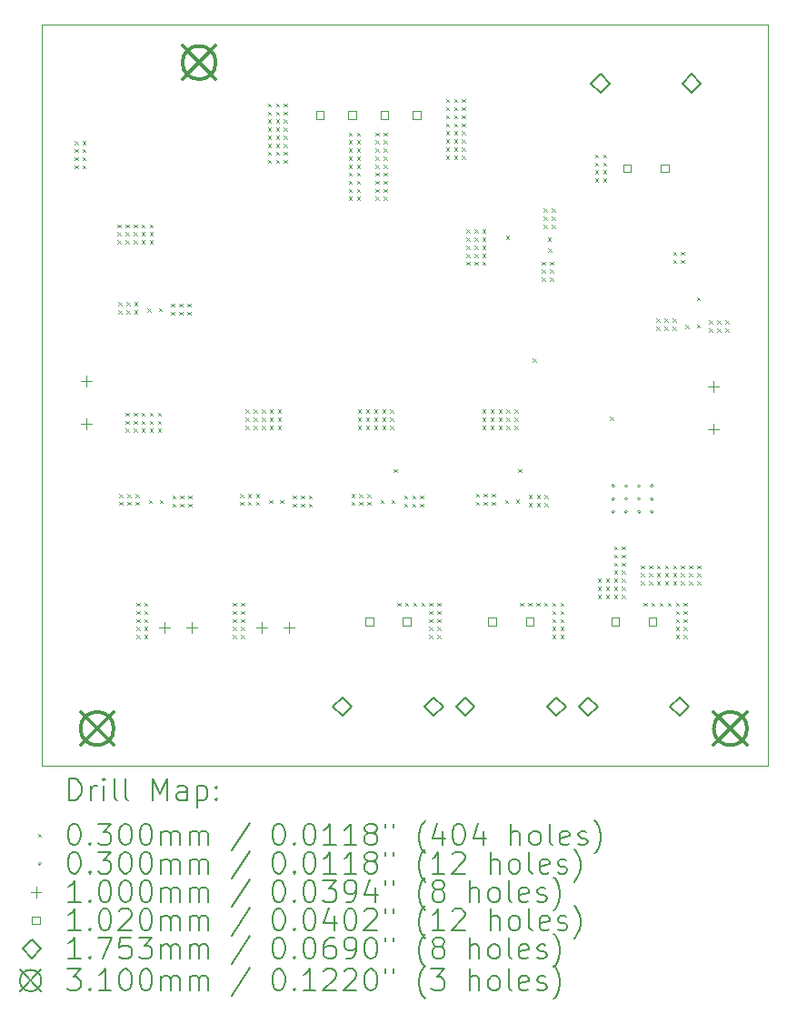
<source format=gbr>
%TF.GenerationSoftware,KiCad,Pcbnew,9.0.0*%
%TF.CreationDate,2026-02-04T15:59:30+07:00*%
%TF.ProjectId,Connector_Extension_Board_V1.0,436f6e6e-6563-4746-9f72-5f457874656e,rev?*%
%TF.SameCoordinates,Original*%
%TF.FileFunction,Drillmap*%
%TF.FilePolarity,Positive*%
%FSLAX45Y45*%
G04 Gerber Fmt 4.5, Leading zero omitted, Abs format (unit mm)*
G04 Created by KiCad (PCBNEW 9.0.0) date 2026-02-04 15:59:30*
%MOMM*%
%LPD*%
G01*
G04 APERTURE LIST*
%ADD10C,0.100000*%
%ADD11C,0.200000*%
%ADD12C,0.102000*%
%ADD13C,0.175260*%
%ADD14C,0.310000*%
G04 APERTURE END LIST*
D10*
X9834900Y-4900000D02*
X16600000Y-4900000D01*
X16600000Y-11800000D01*
X9834900Y-11800000D01*
X9834900Y-4900000D01*
D11*
D10*
X10140200Y-5979980D02*
X10170200Y-6009980D01*
X10170200Y-5979980D02*
X10140200Y-6009980D01*
X10140200Y-6054980D02*
X10170200Y-6084980D01*
X10170200Y-6054980D02*
X10140200Y-6084980D01*
X10140200Y-6129980D02*
X10170200Y-6159980D01*
X10170200Y-6129980D02*
X10140200Y-6159980D01*
X10140200Y-6204980D02*
X10170200Y-6234980D01*
X10170200Y-6204980D02*
X10140200Y-6234980D01*
X10215200Y-5979980D02*
X10245200Y-6009980D01*
X10245200Y-5979980D02*
X10215200Y-6009980D01*
X10215200Y-6054980D02*
X10245200Y-6084980D01*
X10245200Y-6054980D02*
X10215200Y-6084980D01*
X10215200Y-6129980D02*
X10245200Y-6159980D01*
X10245200Y-6129980D02*
X10215200Y-6159980D01*
X10215200Y-6204980D02*
X10245200Y-6234980D01*
X10245200Y-6204980D02*
X10215200Y-6234980D01*
X10540200Y-6754980D02*
X10570200Y-6784980D01*
X10570200Y-6754980D02*
X10540200Y-6784980D01*
X10540200Y-6829980D02*
X10570200Y-6859980D01*
X10570200Y-6829980D02*
X10540200Y-6859980D01*
X10540200Y-6904980D02*
X10570200Y-6934980D01*
X10570200Y-6904980D02*
X10540200Y-6934980D01*
X10547700Y-7479980D02*
X10577700Y-7509980D01*
X10577700Y-7479980D02*
X10547700Y-7509980D01*
X10547700Y-7554980D02*
X10577700Y-7584980D01*
X10577700Y-7554980D02*
X10547700Y-7584980D01*
X10557700Y-9264980D02*
X10587700Y-9294980D01*
X10587700Y-9264980D02*
X10557700Y-9294980D01*
X10557700Y-9339980D02*
X10587700Y-9369980D01*
X10587700Y-9339980D02*
X10557700Y-9369980D01*
X10615200Y-6754980D02*
X10645200Y-6784980D01*
X10645200Y-6754980D02*
X10615200Y-6784980D01*
X10615200Y-6829980D02*
X10645200Y-6859980D01*
X10645200Y-6829980D02*
X10615200Y-6859980D01*
X10615200Y-6904980D02*
X10645200Y-6934980D01*
X10645200Y-6904980D02*
X10615200Y-6934980D01*
X10615200Y-8508980D02*
X10645200Y-8538980D01*
X10645200Y-8508980D02*
X10615200Y-8538980D01*
X10615200Y-8583980D02*
X10645200Y-8613980D01*
X10645200Y-8583980D02*
X10615200Y-8613980D01*
X10615200Y-8658980D02*
X10645200Y-8688980D01*
X10645200Y-8658980D02*
X10615200Y-8688980D01*
X10622700Y-7479980D02*
X10652700Y-7509980D01*
X10652700Y-7479980D02*
X10622700Y-7509980D01*
X10622700Y-7554980D02*
X10652700Y-7584980D01*
X10652700Y-7554980D02*
X10622700Y-7584980D01*
X10632700Y-9264980D02*
X10662700Y-9294980D01*
X10662700Y-9264980D02*
X10632700Y-9294980D01*
X10632700Y-9339980D02*
X10662700Y-9369980D01*
X10662700Y-9339980D02*
X10632700Y-9369980D01*
X10690200Y-6754980D02*
X10720200Y-6784980D01*
X10720200Y-6754980D02*
X10690200Y-6784980D01*
X10690200Y-6829980D02*
X10720200Y-6859980D01*
X10720200Y-6829980D02*
X10690200Y-6859980D01*
X10690200Y-6904980D02*
X10720200Y-6934980D01*
X10720200Y-6904980D02*
X10690200Y-6934980D01*
X10690200Y-8508980D02*
X10720200Y-8538980D01*
X10720200Y-8508980D02*
X10690200Y-8538980D01*
X10690200Y-8583980D02*
X10720200Y-8613980D01*
X10720200Y-8583980D02*
X10690200Y-8613980D01*
X10690200Y-8658980D02*
X10720200Y-8688980D01*
X10720200Y-8658980D02*
X10690200Y-8688980D01*
X10697700Y-7479980D02*
X10727700Y-7509980D01*
X10727700Y-7479980D02*
X10697700Y-7509980D01*
X10697700Y-7554980D02*
X10727700Y-7584980D01*
X10727700Y-7554980D02*
X10697700Y-7584980D01*
X10707700Y-9264980D02*
X10737700Y-9294980D01*
X10737700Y-9264980D02*
X10707700Y-9294980D01*
X10707700Y-9339980D02*
X10737700Y-9369980D01*
X10737700Y-9339980D02*
X10707700Y-9369980D01*
X10715200Y-10279980D02*
X10745200Y-10309980D01*
X10745200Y-10279980D02*
X10715200Y-10309980D01*
X10715200Y-10354980D02*
X10745200Y-10384980D01*
X10745200Y-10354980D02*
X10715200Y-10384980D01*
X10715200Y-10429980D02*
X10745200Y-10459980D01*
X10745200Y-10429980D02*
X10715200Y-10459980D01*
X10715200Y-10504980D02*
X10745200Y-10534980D01*
X10745200Y-10504980D02*
X10715200Y-10534980D01*
X10715200Y-10579980D02*
X10745200Y-10609980D01*
X10745200Y-10579980D02*
X10715200Y-10609980D01*
X10765200Y-6754980D02*
X10795200Y-6784980D01*
X10795200Y-6754980D02*
X10765200Y-6784980D01*
X10765200Y-6829980D02*
X10795200Y-6859980D01*
X10795200Y-6829980D02*
X10765200Y-6859980D01*
X10765200Y-6904980D02*
X10795200Y-6934980D01*
X10795200Y-6904980D02*
X10765200Y-6934980D01*
X10765200Y-8508980D02*
X10795200Y-8538980D01*
X10795200Y-8508980D02*
X10765200Y-8538980D01*
X10765200Y-8583980D02*
X10795200Y-8613980D01*
X10795200Y-8583980D02*
X10765200Y-8613980D01*
X10765200Y-8658980D02*
X10795200Y-8688980D01*
X10795200Y-8658980D02*
X10765200Y-8688980D01*
X10790200Y-10279980D02*
X10820200Y-10309980D01*
X10820200Y-10279980D02*
X10790200Y-10309980D01*
X10790200Y-10354980D02*
X10820200Y-10384980D01*
X10820200Y-10354980D02*
X10790200Y-10384980D01*
X10790200Y-10429980D02*
X10820200Y-10459980D01*
X10820200Y-10429980D02*
X10790200Y-10459980D01*
X10790200Y-10504980D02*
X10820200Y-10534980D01*
X10820200Y-10504980D02*
X10790200Y-10534980D01*
X10790200Y-10579980D02*
X10820200Y-10609980D01*
X10820200Y-10579980D02*
X10790200Y-10609980D01*
X10820200Y-7537480D02*
X10850200Y-7567480D01*
X10850200Y-7537480D02*
X10820200Y-7567480D01*
X10830200Y-9322480D02*
X10860200Y-9352480D01*
X10860200Y-9322480D02*
X10830200Y-9352480D01*
X10840200Y-6754980D02*
X10870200Y-6784980D01*
X10870200Y-6754980D02*
X10840200Y-6784980D01*
X10840200Y-6829980D02*
X10870200Y-6859980D01*
X10870200Y-6829980D02*
X10840200Y-6859980D01*
X10840200Y-6904980D02*
X10870200Y-6934980D01*
X10870200Y-6904980D02*
X10840200Y-6934980D01*
X10840200Y-8508980D02*
X10870200Y-8538980D01*
X10870200Y-8508980D02*
X10840200Y-8538980D01*
X10840200Y-8583980D02*
X10870200Y-8613980D01*
X10870200Y-8583980D02*
X10840200Y-8613980D01*
X10840200Y-8658980D02*
X10870200Y-8688980D01*
X10870200Y-8658980D02*
X10840200Y-8688980D01*
X10915200Y-8508980D02*
X10945200Y-8538980D01*
X10945200Y-8508980D02*
X10915200Y-8538980D01*
X10915200Y-8583980D02*
X10945200Y-8613980D01*
X10945200Y-8583980D02*
X10915200Y-8613980D01*
X10915200Y-8658980D02*
X10945200Y-8688980D01*
X10945200Y-8658980D02*
X10915200Y-8688980D01*
X10922700Y-7534980D02*
X10952700Y-7564980D01*
X10952700Y-7534980D02*
X10922700Y-7564980D01*
X10932700Y-9319980D02*
X10962700Y-9349980D01*
X10962700Y-9319980D02*
X10932700Y-9349980D01*
X11040200Y-7494980D02*
X11070200Y-7524980D01*
X11070200Y-7494980D02*
X11040200Y-7524980D01*
X11040200Y-7569980D02*
X11070200Y-7599980D01*
X11070200Y-7569980D02*
X11040200Y-7599980D01*
X11050200Y-9279980D02*
X11080200Y-9309980D01*
X11080200Y-9279980D02*
X11050200Y-9309980D01*
X11050200Y-9354980D02*
X11080200Y-9384980D01*
X11080200Y-9354980D02*
X11050200Y-9384980D01*
X11115200Y-7494980D02*
X11145200Y-7524980D01*
X11145200Y-7494980D02*
X11115200Y-7524980D01*
X11115200Y-7569980D02*
X11145200Y-7599980D01*
X11145200Y-7569980D02*
X11115200Y-7599980D01*
X11125200Y-9279980D02*
X11155200Y-9309980D01*
X11155200Y-9279980D02*
X11125200Y-9309980D01*
X11125200Y-9354980D02*
X11155200Y-9384980D01*
X11155200Y-9354980D02*
X11125200Y-9384980D01*
X11190200Y-7494980D02*
X11220200Y-7524980D01*
X11220200Y-7494980D02*
X11190200Y-7524980D01*
X11190200Y-7569980D02*
X11220200Y-7599980D01*
X11220200Y-7569980D02*
X11190200Y-7599980D01*
X11200200Y-9279980D02*
X11230200Y-9309980D01*
X11230200Y-9279980D02*
X11200200Y-9309980D01*
X11200200Y-9354980D02*
X11230200Y-9384980D01*
X11230200Y-9354980D02*
X11200200Y-9384980D01*
X11615200Y-10279980D02*
X11645200Y-10309980D01*
X11645200Y-10279980D02*
X11615200Y-10309980D01*
X11615200Y-10354980D02*
X11645200Y-10384980D01*
X11645200Y-10354980D02*
X11615200Y-10384980D01*
X11615200Y-10429980D02*
X11645200Y-10459980D01*
X11645200Y-10429980D02*
X11615200Y-10459980D01*
X11615200Y-10504980D02*
X11645200Y-10534980D01*
X11645200Y-10504980D02*
X11615200Y-10534980D01*
X11615200Y-10579980D02*
X11645200Y-10609980D01*
X11645200Y-10579980D02*
X11615200Y-10609980D01*
X11680200Y-9264980D02*
X11710200Y-9294980D01*
X11710200Y-9264980D02*
X11680200Y-9294980D01*
X11680200Y-9339980D02*
X11710200Y-9369980D01*
X11710200Y-9339980D02*
X11680200Y-9369980D01*
X11690200Y-10279980D02*
X11720200Y-10309980D01*
X11720200Y-10279980D02*
X11690200Y-10309980D01*
X11690200Y-10354980D02*
X11720200Y-10384980D01*
X11720200Y-10354980D02*
X11690200Y-10384980D01*
X11690200Y-10429980D02*
X11720200Y-10459980D01*
X11720200Y-10429980D02*
X11690200Y-10459980D01*
X11690200Y-10504980D02*
X11720200Y-10534980D01*
X11720200Y-10504980D02*
X11690200Y-10534980D01*
X11690200Y-10579980D02*
X11720200Y-10609980D01*
X11720200Y-10579980D02*
X11690200Y-10609980D01*
X11734200Y-8480980D02*
X11764200Y-8510980D01*
X11764200Y-8480980D02*
X11734200Y-8510980D01*
X11734200Y-8555980D02*
X11764200Y-8585980D01*
X11764200Y-8555980D02*
X11734200Y-8585980D01*
X11734200Y-8630980D02*
X11764200Y-8660980D01*
X11764200Y-8630980D02*
X11734200Y-8660980D01*
X11755200Y-9264980D02*
X11785200Y-9294980D01*
X11785200Y-9264980D02*
X11755200Y-9294980D01*
X11755200Y-9339980D02*
X11785200Y-9369980D01*
X11785200Y-9339980D02*
X11755200Y-9369980D01*
X11809200Y-8480980D02*
X11839200Y-8510980D01*
X11839200Y-8480980D02*
X11809200Y-8510980D01*
X11809200Y-8555980D02*
X11839200Y-8585980D01*
X11839200Y-8555980D02*
X11809200Y-8585980D01*
X11809200Y-8630980D02*
X11839200Y-8660980D01*
X11839200Y-8630980D02*
X11809200Y-8660980D01*
X11830200Y-9264980D02*
X11860200Y-9294980D01*
X11860200Y-9264980D02*
X11830200Y-9294980D01*
X11830200Y-9339980D02*
X11860200Y-9369980D01*
X11860200Y-9339980D02*
X11830200Y-9369980D01*
X11884200Y-8480980D02*
X11914200Y-8510980D01*
X11914200Y-8480980D02*
X11884200Y-8510980D01*
X11884200Y-8555980D02*
X11914200Y-8585980D01*
X11914200Y-8555980D02*
X11884200Y-8585980D01*
X11884200Y-8630980D02*
X11914200Y-8660980D01*
X11914200Y-8630980D02*
X11884200Y-8660980D01*
X11940200Y-5629980D02*
X11970200Y-5659980D01*
X11970200Y-5629980D02*
X11940200Y-5659980D01*
X11940200Y-5704980D02*
X11970200Y-5734980D01*
X11970200Y-5704980D02*
X11940200Y-5734980D01*
X11940200Y-5779980D02*
X11970200Y-5809980D01*
X11970200Y-5779980D02*
X11940200Y-5809980D01*
X11940200Y-5854980D02*
X11970200Y-5884980D01*
X11970200Y-5854980D02*
X11940200Y-5884980D01*
X11940200Y-5929980D02*
X11970200Y-5959980D01*
X11970200Y-5929980D02*
X11940200Y-5959980D01*
X11940200Y-6004980D02*
X11970200Y-6034980D01*
X11970200Y-6004980D02*
X11940200Y-6034980D01*
X11940200Y-6079980D02*
X11970200Y-6109980D01*
X11970200Y-6079980D02*
X11940200Y-6109980D01*
X11940200Y-6154980D02*
X11970200Y-6184980D01*
X11970200Y-6154980D02*
X11940200Y-6184980D01*
X11952700Y-9322480D02*
X11982700Y-9352480D01*
X11982700Y-9322480D02*
X11952700Y-9352480D01*
X11959200Y-8480980D02*
X11989200Y-8510980D01*
X11989200Y-8480980D02*
X11959200Y-8510980D01*
X11959200Y-8555980D02*
X11989200Y-8585980D01*
X11989200Y-8555980D02*
X11959200Y-8585980D01*
X11959200Y-8630980D02*
X11989200Y-8660980D01*
X11989200Y-8630980D02*
X11959200Y-8660980D01*
X12015200Y-5629980D02*
X12045200Y-5659980D01*
X12045200Y-5629980D02*
X12015200Y-5659980D01*
X12015200Y-5704980D02*
X12045200Y-5734980D01*
X12045200Y-5704980D02*
X12015200Y-5734980D01*
X12015200Y-5779980D02*
X12045200Y-5809980D01*
X12045200Y-5779980D02*
X12015200Y-5809980D01*
X12015200Y-5854980D02*
X12045200Y-5884980D01*
X12045200Y-5854980D02*
X12015200Y-5884980D01*
X12015200Y-5929980D02*
X12045200Y-5959980D01*
X12045200Y-5929980D02*
X12015200Y-5959980D01*
X12015200Y-6004980D02*
X12045200Y-6034980D01*
X12045200Y-6004980D02*
X12015200Y-6034980D01*
X12015200Y-6079980D02*
X12045200Y-6109980D01*
X12045200Y-6079980D02*
X12015200Y-6109980D01*
X12015200Y-6154980D02*
X12045200Y-6184980D01*
X12045200Y-6154980D02*
X12015200Y-6184980D01*
X12034200Y-8480980D02*
X12064200Y-8510980D01*
X12064200Y-8480980D02*
X12034200Y-8510980D01*
X12034200Y-8555980D02*
X12064200Y-8585980D01*
X12064200Y-8555980D02*
X12034200Y-8585980D01*
X12034200Y-8630980D02*
X12064200Y-8660980D01*
X12064200Y-8630980D02*
X12034200Y-8660980D01*
X12055200Y-9319980D02*
X12085200Y-9349980D01*
X12085200Y-9319980D02*
X12055200Y-9349980D01*
X12090200Y-5629980D02*
X12120200Y-5659980D01*
X12120200Y-5629980D02*
X12090200Y-5659980D01*
X12090200Y-5704980D02*
X12120200Y-5734980D01*
X12120200Y-5704980D02*
X12090200Y-5734980D01*
X12090200Y-5779980D02*
X12120200Y-5809980D01*
X12120200Y-5779980D02*
X12090200Y-5809980D01*
X12090200Y-5854980D02*
X12120200Y-5884980D01*
X12120200Y-5854980D02*
X12090200Y-5884980D01*
X12090200Y-5929980D02*
X12120200Y-5959980D01*
X12120200Y-5929980D02*
X12090200Y-5959980D01*
X12090200Y-6004980D02*
X12120200Y-6034980D01*
X12120200Y-6004980D02*
X12090200Y-6034980D01*
X12090200Y-6079980D02*
X12120200Y-6109980D01*
X12120200Y-6079980D02*
X12090200Y-6109980D01*
X12090200Y-6154980D02*
X12120200Y-6184980D01*
X12120200Y-6154980D02*
X12090200Y-6184980D01*
X12172700Y-9279980D02*
X12202700Y-9309980D01*
X12202700Y-9279980D02*
X12172700Y-9309980D01*
X12172700Y-9354980D02*
X12202700Y-9384980D01*
X12202700Y-9354980D02*
X12172700Y-9384980D01*
X12247700Y-9279980D02*
X12277700Y-9309980D01*
X12277700Y-9279980D02*
X12247700Y-9309980D01*
X12247700Y-9354980D02*
X12277700Y-9384980D01*
X12277700Y-9354980D02*
X12247700Y-9384980D01*
X12322700Y-9279980D02*
X12352700Y-9309980D01*
X12352700Y-9279980D02*
X12322700Y-9309980D01*
X12322700Y-9354980D02*
X12352700Y-9384980D01*
X12352700Y-9354980D02*
X12322700Y-9384980D01*
X12695200Y-5899980D02*
X12725200Y-5929980D01*
X12725200Y-5899980D02*
X12695200Y-5929980D01*
X12695200Y-5974980D02*
X12725200Y-6004980D01*
X12725200Y-5974980D02*
X12695200Y-6004980D01*
X12695200Y-6049980D02*
X12725200Y-6079980D01*
X12725200Y-6049980D02*
X12695200Y-6079980D01*
X12695200Y-6124980D02*
X12725200Y-6154980D01*
X12725200Y-6124980D02*
X12695200Y-6154980D01*
X12695200Y-6199980D02*
X12725200Y-6229980D01*
X12725200Y-6199980D02*
X12695200Y-6229980D01*
X12695200Y-6274980D02*
X12725200Y-6304980D01*
X12725200Y-6274980D02*
X12695200Y-6304980D01*
X12695200Y-6349980D02*
X12725200Y-6379980D01*
X12725200Y-6349980D02*
X12695200Y-6379980D01*
X12695200Y-6424980D02*
X12725200Y-6454980D01*
X12725200Y-6424980D02*
X12695200Y-6454980D01*
X12695200Y-6499980D02*
X12725200Y-6529980D01*
X12725200Y-6499980D02*
X12695200Y-6529980D01*
X12717700Y-9264980D02*
X12747700Y-9294980D01*
X12747700Y-9264980D02*
X12717700Y-9294980D01*
X12717700Y-9339980D02*
X12747700Y-9369980D01*
X12747700Y-9339980D02*
X12717700Y-9369980D01*
X12770200Y-5899980D02*
X12800200Y-5929980D01*
X12800200Y-5899980D02*
X12770200Y-5929980D01*
X12770200Y-5974980D02*
X12800200Y-6004980D01*
X12800200Y-5974980D02*
X12770200Y-6004980D01*
X12770200Y-6049980D02*
X12800200Y-6079980D01*
X12800200Y-6049980D02*
X12770200Y-6079980D01*
X12770200Y-6124980D02*
X12800200Y-6154980D01*
X12800200Y-6124980D02*
X12770200Y-6154980D01*
X12770200Y-6199980D02*
X12800200Y-6229980D01*
X12800200Y-6199980D02*
X12770200Y-6229980D01*
X12770200Y-6274980D02*
X12800200Y-6304980D01*
X12800200Y-6274980D02*
X12770200Y-6304980D01*
X12770200Y-6349980D02*
X12800200Y-6379980D01*
X12800200Y-6349980D02*
X12770200Y-6379980D01*
X12770200Y-6424980D02*
X12800200Y-6454980D01*
X12800200Y-6424980D02*
X12770200Y-6454980D01*
X12770200Y-6499980D02*
X12800200Y-6529980D01*
X12800200Y-6499980D02*
X12770200Y-6529980D01*
X12780450Y-8479980D02*
X12810450Y-8509980D01*
X12810450Y-8479980D02*
X12780450Y-8509980D01*
X12780450Y-8554980D02*
X12810450Y-8584980D01*
X12810450Y-8554980D02*
X12780450Y-8584980D01*
X12780450Y-8629980D02*
X12810450Y-8659980D01*
X12810450Y-8629980D02*
X12780450Y-8659980D01*
X12792700Y-9264980D02*
X12822700Y-9294980D01*
X12822700Y-9264980D02*
X12792700Y-9294980D01*
X12792700Y-9339980D02*
X12822700Y-9369980D01*
X12822700Y-9339980D02*
X12792700Y-9369980D01*
X12855450Y-8479980D02*
X12885450Y-8509980D01*
X12885450Y-8479980D02*
X12855450Y-8509980D01*
X12855450Y-8554980D02*
X12885450Y-8584980D01*
X12885450Y-8554980D02*
X12855450Y-8584980D01*
X12855450Y-8629980D02*
X12885450Y-8659980D01*
X12885450Y-8629980D02*
X12855450Y-8659980D01*
X12867700Y-9264980D02*
X12897700Y-9294980D01*
X12897700Y-9264980D02*
X12867700Y-9294980D01*
X12867700Y-9339980D02*
X12897700Y-9369980D01*
X12897700Y-9339980D02*
X12867700Y-9369980D01*
X12930450Y-8479980D02*
X12960450Y-8509980D01*
X12960450Y-8479980D02*
X12930450Y-8509980D01*
X12930450Y-8554980D02*
X12960450Y-8584980D01*
X12960450Y-8554980D02*
X12930450Y-8584980D01*
X12930450Y-8629980D02*
X12960450Y-8659980D01*
X12960450Y-8629980D02*
X12930450Y-8659980D01*
X12945200Y-5899980D02*
X12975200Y-5929980D01*
X12975200Y-5899980D02*
X12945200Y-5929980D01*
X12945200Y-5974980D02*
X12975200Y-6004980D01*
X12975200Y-5974980D02*
X12945200Y-6004980D01*
X12945200Y-6049980D02*
X12975200Y-6079980D01*
X12975200Y-6049980D02*
X12945200Y-6079980D01*
X12945200Y-6124980D02*
X12975200Y-6154980D01*
X12975200Y-6124980D02*
X12945200Y-6154980D01*
X12945200Y-6199980D02*
X12975200Y-6229980D01*
X12975200Y-6199980D02*
X12945200Y-6229980D01*
X12945200Y-6274980D02*
X12975200Y-6304980D01*
X12975200Y-6274980D02*
X12945200Y-6304980D01*
X12945200Y-6349980D02*
X12975200Y-6379980D01*
X12975200Y-6349980D02*
X12945200Y-6379980D01*
X12945200Y-6424980D02*
X12975200Y-6454980D01*
X12975200Y-6424980D02*
X12945200Y-6454980D01*
X12945200Y-6499980D02*
X12975200Y-6529980D01*
X12975200Y-6499980D02*
X12945200Y-6529980D01*
X12990200Y-9322480D02*
X13020200Y-9352480D01*
X13020200Y-9322480D02*
X12990200Y-9352480D01*
X13005450Y-8479980D02*
X13035450Y-8509980D01*
X13035450Y-8479980D02*
X13005450Y-8509980D01*
X13005450Y-8554980D02*
X13035450Y-8584980D01*
X13035450Y-8554980D02*
X13005450Y-8584980D01*
X13005450Y-8629980D02*
X13035450Y-8659980D01*
X13035450Y-8629980D02*
X13005450Y-8659980D01*
X13020200Y-5899980D02*
X13050200Y-5929980D01*
X13050200Y-5899980D02*
X13020200Y-5929980D01*
X13020200Y-5974980D02*
X13050200Y-6004980D01*
X13050200Y-5974980D02*
X13020200Y-6004980D01*
X13020200Y-6049980D02*
X13050200Y-6079980D01*
X13050200Y-6049980D02*
X13020200Y-6079980D01*
X13020200Y-6124980D02*
X13050200Y-6154980D01*
X13050200Y-6124980D02*
X13020200Y-6154980D01*
X13020200Y-6199980D02*
X13050200Y-6229980D01*
X13050200Y-6199980D02*
X13020200Y-6229980D01*
X13020200Y-6274980D02*
X13050200Y-6304980D01*
X13050200Y-6274980D02*
X13020200Y-6304980D01*
X13020200Y-6349980D02*
X13050200Y-6379980D01*
X13050200Y-6349980D02*
X13020200Y-6379980D01*
X13020200Y-6424980D02*
X13050200Y-6454980D01*
X13050200Y-6424980D02*
X13020200Y-6454980D01*
X13020200Y-6499980D02*
X13050200Y-6529980D01*
X13050200Y-6499980D02*
X13020200Y-6529980D01*
X13080450Y-8479980D02*
X13110450Y-8509980D01*
X13110450Y-8479980D02*
X13080450Y-8509980D01*
X13080450Y-8554980D02*
X13110450Y-8584980D01*
X13110450Y-8554980D02*
X13080450Y-8584980D01*
X13080450Y-8629980D02*
X13110450Y-8659980D01*
X13110450Y-8629980D02*
X13080450Y-8659980D01*
X13092700Y-9319980D02*
X13122700Y-9349980D01*
X13122700Y-9319980D02*
X13092700Y-9349980D01*
X13112950Y-9034980D02*
X13142950Y-9064980D01*
X13142950Y-9034980D02*
X13112950Y-9064980D01*
X13145325Y-10279980D02*
X13175325Y-10309980D01*
X13175325Y-10279980D02*
X13145325Y-10309980D01*
X13210200Y-9279980D02*
X13240200Y-9309980D01*
X13240200Y-9279980D02*
X13210200Y-9309980D01*
X13210200Y-9354980D02*
X13240200Y-9384980D01*
X13240200Y-9354980D02*
X13210200Y-9384980D01*
X13220325Y-10279980D02*
X13250325Y-10309980D01*
X13250325Y-10279980D02*
X13220325Y-10309980D01*
X13285200Y-9279980D02*
X13315200Y-9309980D01*
X13315200Y-9279980D02*
X13285200Y-9309980D01*
X13285200Y-9354980D02*
X13315200Y-9384980D01*
X13315200Y-9354980D02*
X13285200Y-9384980D01*
X13295325Y-10279980D02*
X13325325Y-10309980D01*
X13325325Y-10279980D02*
X13295325Y-10309980D01*
X13360200Y-9279980D02*
X13390200Y-9309980D01*
X13390200Y-9279980D02*
X13360200Y-9309980D01*
X13360200Y-9354980D02*
X13390200Y-9384980D01*
X13390200Y-9354980D02*
X13360200Y-9384980D01*
X13370325Y-10279980D02*
X13400325Y-10309980D01*
X13400325Y-10279980D02*
X13370325Y-10309980D01*
X13445325Y-10279980D02*
X13475325Y-10309980D01*
X13475325Y-10279980D02*
X13445325Y-10309980D01*
X13445325Y-10354980D02*
X13475325Y-10384980D01*
X13475325Y-10354980D02*
X13445325Y-10384980D01*
X13445325Y-10429980D02*
X13475325Y-10459980D01*
X13475325Y-10429980D02*
X13445325Y-10459980D01*
X13445325Y-10504980D02*
X13475325Y-10534980D01*
X13475325Y-10504980D02*
X13445325Y-10534980D01*
X13445325Y-10579980D02*
X13475325Y-10609980D01*
X13475325Y-10579980D02*
X13445325Y-10609980D01*
X13520325Y-10279980D02*
X13550325Y-10309980D01*
X13550325Y-10279980D02*
X13520325Y-10309980D01*
X13520325Y-10354980D02*
X13550325Y-10384980D01*
X13550325Y-10354980D02*
X13520325Y-10384980D01*
X13520325Y-10429980D02*
X13550325Y-10459980D01*
X13550325Y-10429980D02*
X13520325Y-10459980D01*
X13520325Y-10504980D02*
X13550325Y-10534980D01*
X13550325Y-10504980D02*
X13520325Y-10534980D01*
X13520325Y-10579980D02*
X13550325Y-10609980D01*
X13550325Y-10579980D02*
X13520325Y-10609980D01*
X13600200Y-5589980D02*
X13630200Y-5619980D01*
X13630200Y-5589980D02*
X13600200Y-5619980D01*
X13600200Y-5664980D02*
X13630200Y-5694980D01*
X13630200Y-5664980D02*
X13600200Y-5694980D01*
X13600200Y-5739980D02*
X13630200Y-5769980D01*
X13630200Y-5739980D02*
X13600200Y-5769980D01*
X13600200Y-5814980D02*
X13630200Y-5844980D01*
X13630200Y-5814980D02*
X13600200Y-5844980D01*
X13600200Y-5889980D02*
X13630200Y-5919980D01*
X13630200Y-5889980D02*
X13600200Y-5919980D01*
X13600200Y-5964980D02*
X13630200Y-5994980D01*
X13630200Y-5964980D02*
X13600200Y-5994980D01*
X13600200Y-6039980D02*
X13630200Y-6069980D01*
X13630200Y-6039980D02*
X13600200Y-6069980D01*
X13600200Y-6114980D02*
X13630200Y-6144980D01*
X13630200Y-6114980D02*
X13600200Y-6144980D01*
X13675200Y-5589980D02*
X13705200Y-5619980D01*
X13705200Y-5589980D02*
X13675200Y-5619980D01*
X13675200Y-5664980D02*
X13705200Y-5694980D01*
X13705200Y-5664980D02*
X13675200Y-5694980D01*
X13675200Y-5739980D02*
X13705200Y-5769980D01*
X13705200Y-5739980D02*
X13675200Y-5769980D01*
X13675200Y-5814980D02*
X13705200Y-5844980D01*
X13705200Y-5814980D02*
X13675200Y-5844980D01*
X13675200Y-5889980D02*
X13705200Y-5919980D01*
X13705200Y-5889980D02*
X13675200Y-5919980D01*
X13675200Y-5964980D02*
X13705200Y-5994980D01*
X13705200Y-5964980D02*
X13675200Y-5994980D01*
X13675200Y-6039980D02*
X13705200Y-6069980D01*
X13705200Y-6039980D02*
X13675200Y-6069980D01*
X13675200Y-6114980D02*
X13705200Y-6144980D01*
X13705200Y-6114980D02*
X13675200Y-6144980D01*
X13750200Y-5589980D02*
X13780200Y-5619980D01*
X13780200Y-5589980D02*
X13750200Y-5619980D01*
X13750200Y-5664980D02*
X13780200Y-5694980D01*
X13780200Y-5664980D02*
X13750200Y-5694980D01*
X13750200Y-5739980D02*
X13780200Y-5769980D01*
X13780200Y-5739980D02*
X13750200Y-5769980D01*
X13750200Y-5814980D02*
X13780200Y-5844980D01*
X13780200Y-5814980D02*
X13750200Y-5844980D01*
X13750200Y-5889980D02*
X13780200Y-5919980D01*
X13780200Y-5889980D02*
X13750200Y-5919980D01*
X13750200Y-5964980D02*
X13780200Y-5994980D01*
X13780200Y-5964980D02*
X13750200Y-5994980D01*
X13750200Y-6039980D02*
X13780200Y-6069980D01*
X13780200Y-6039980D02*
X13750200Y-6069980D01*
X13750200Y-6114980D02*
X13780200Y-6144980D01*
X13780200Y-6114980D02*
X13750200Y-6144980D01*
X13790200Y-6804980D02*
X13820200Y-6834980D01*
X13820200Y-6804980D02*
X13790200Y-6834980D01*
X13790200Y-6879980D02*
X13820200Y-6909980D01*
X13820200Y-6879980D02*
X13790200Y-6909980D01*
X13790200Y-6954980D02*
X13820200Y-6984980D01*
X13820200Y-6954980D02*
X13790200Y-6984980D01*
X13790200Y-7029980D02*
X13820200Y-7059980D01*
X13820200Y-7029980D02*
X13790200Y-7059980D01*
X13790200Y-7104980D02*
X13820200Y-7134980D01*
X13820200Y-7104980D02*
X13790200Y-7134980D01*
X13865200Y-6804980D02*
X13895200Y-6834980D01*
X13895200Y-6804980D02*
X13865200Y-6834980D01*
X13865200Y-6879980D02*
X13895200Y-6909980D01*
X13895200Y-6879980D02*
X13865200Y-6909980D01*
X13865200Y-6954980D02*
X13895200Y-6984980D01*
X13895200Y-6954980D02*
X13865200Y-6984980D01*
X13865200Y-7029980D02*
X13895200Y-7059980D01*
X13895200Y-7029980D02*
X13865200Y-7059980D01*
X13865200Y-7104980D02*
X13895200Y-7134980D01*
X13895200Y-7104980D02*
X13865200Y-7134980D01*
X13877700Y-9262480D02*
X13907700Y-9292480D01*
X13907700Y-9262480D02*
X13877700Y-9292480D01*
X13877700Y-9337480D02*
X13907700Y-9367480D01*
X13907700Y-9337480D02*
X13877700Y-9367480D01*
X13940200Y-6804980D02*
X13970200Y-6834980D01*
X13970200Y-6804980D02*
X13940200Y-6834980D01*
X13940200Y-6879980D02*
X13970200Y-6909980D01*
X13970200Y-6879980D02*
X13940200Y-6909980D01*
X13940200Y-6954980D02*
X13970200Y-6984980D01*
X13970200Y-6954980D02*
X13940200Y-6984980D01*
X13940200Y-7029980D02*
X13970200Y-7059980D01*
X13970200Y-7029980D02*
X13940200Y-7059980D01*
X13940200Y-7104980D02*
X13970200Y-7134980D01*
X13970200Y-7104980D02*
X13940200Y-7134980D01*
X13940200Y-8479980D02*
X13970200Y-8509980D01*
X13970200Y-8479980D02*
X13940200Y-8509980D01*
X13940200Y-8554980D02*
X13970200Y-8584980D01*
X13970200Y-8554980D02*
X13940200Y-8584980D01*
X13940200Y-8629980D02*
X13970200Y-8659980D01*
X13970200Y-8629980D02*
X13940200Y-8659980D01*
X13952700Y-9262480D02*
X13982700Y-9292480D01*
X13982700Y-9262480D02*
X13952700Y-9292480D01*
X13952700Y-9337480D02*
X13982700Y-9367480D01*
X13982700Y-9337480D02*
X13952700Y-9367480D01*
X14015200Y-8479980D02*
X14045200Y-8509980D01*
X14045200Y-8479980D02*
X14015200Y-8509980D01*
X14015200Y-8554980D02*
X14045200Y-8584980D01*
X14045200Y-8554980D02*
X14015200Y-8584980D01*
X14015200Y-8629980D02*
X14045200Y-8659980D01*
X14045200Y-8629980D02*
X14015200Y-8659980D01*
X14027700Y-9262480D02*
X14057700Y-9292480D01*
X14057700Y-9262480D02*
X14027700Y-9292480D01*
X14027700Y-9337480D02*
X14057700Y-9367480D01*
X14057700Y-9337480D02*
X14027700Y-9367480D01*
X14090200Y-8479980D02*
X14120200Y-8509980D01*
X14120200Y-8479980D02*
X14090200Y-8509980D01*
X14090200Y-8554980D02*
X14120200Y-8584980D01*
X14120200Y-8554980D02*
X14090200Y-8584980D01*
X14090200Y-8629980D02*
X14120200Y-8659980D01*
X14120200Y-8629980D02*
X14090200Y-8659980D01*
X14150200Y-9319980D02*
X14180200Y-9349980D01*
X14180200Y-9319980D02*
X14150200Y-9349980D01*
X14160200Y-6862480D02*
X14190200Y-6892480D01*
X14190200Y-6862480D02*
X14160200Y-6892480D01*
X14165200Y-8479980D02*
X14195200Y-8509980D01*
X14195200Y-8479980D02*
X14165200Y-8509980D01*
X14165200Y-8554980D02*
X14195200Y-8584980D01*
X14195200Y-8554980D02*
X14165200Y-8584980D01*
X14165200Y-8629980D02*
X14195200Y-8659980D01*
X14195200Y-8629980D02*
X14165200Y-8659980D01*
X14240200Y-8479980D02*
X14270200Y-8509980D01*
X14270200Y-8479980D02*
X14240200Y-8509980D01*
X14240200Y-8554980D02*
X14270200Y-8584980D01*
X14270200Y-8554980D02*
X14240200Y-8584980D01*
X14240200Y-8629980D02*
X14270200Y-8659980D01*
X14270200Y-8629980D02*
X14240200Y-8659980D01*
X14252700Y-9317480D02*
X14282700Y-9347480D01*
X14282700Y-9317480D02*
X14252700Y-9347480D01*
X14272700Y-9034980D02*
X14302700Y-9064980D01*
X14302700Y-9034980D02*
X14272700Y-9064980D01*
X14290200Y-10279980D02*
X14320200Y-10309980D01*
X14320200Y-10279980D02*
X14290200Y-10309980D01*
X14365200Y-10279980D02*
X14395200Y-10309980D01*
X14395200Y-10279980D02*
X14365200Y-10309980D01*
X14370200Y-9277480D02*
X14400200Y-9307480D01*
X14400200Y-9277480D02*
X14370200Y-9307480D01*
X14370200Y-9352480D02*
X14400200Y-9382480D01*
X14400200Y-9352480D02*
X14370200Y-9382480D01*
X14410200Y-8004980D02*
X14440200Y-8034980D01*
X14440200Y-8004980D02*
X14410200Y-8034980D01*
X14440200Y-10279980D02*
X14470200Y-10309980D01*
X14470200Y-10279980D02*
X14440200Y-10309980D01*
X14445200Y-9277480D02*
X14475200Y-9307480D01*
X14475200Y-9277480D02*
X14445200Y-9307480D01*
X14445200Y-9352480D02*
X14475200Y-9382480D01*
X14475200Y-9352480D02*
X14445200Y-9382480D01*
X14495200Y-7102480D02*
X14525200Y-7132480D01*
X14525200Y-7102480D02*
X14495200Y-7132480D01*
X14495200Y-7177480D02*
X14525200Y-7207480D01*
X14525200Y-7177480D02*
X14495200Y-7207480D01*
X14495200Y-7252480D02*
X14525200Y-7282480D01*
X14525200Y-7252480D02*
X14495200Y-7282480D01*
X14510200Y-6609980D02*
X14540200Y-6639980D01*
X14540200Y-6609980D02*
X14510200Y-6639980D01*
X14510200Y-6684980D02*
X14540200Y-6714980D01*
X14540200Y-6684980D02*
X14510200Y-6714980D01*
X14510200Y-6759980D02*
X14540200Y-6789980D01*
X14540200Y-6759980D02*
X14510200Y-6789980D01*
X14515200Y-10279980D02*
X14545200Y-10309980D01*
X14545200Y-10279980D02*
X14515200Y-10309980D01*
X14520200Y-9277480D02*
X14550200Y-9307480D01*
X14550200Y-9277480D02*
X14520200Y-9307480D01*
X14520200Y-9352480D02*
X14550200Y-9382480D01*
X14550200Y-9352480D02*
X14520200Y-9382480D01*
X14550200Y-6877480D02*
X14580200Y-6907480D01*
X14580200Y-6877480D02*
X14550200Y-6907480D01*
X14552700Y-6979980D02*
X14582700Y-7009980D01*
X14582700Y-6979980D02*
X14552700Y-7009980D01*
X14570200Y-7102480D02*
X14600200Y-7132480D01*
X14600200Y-7102480D02*
X14570200Y-7132480D01*
X14570200Y-7177480D02*
X14600200Y-7207480D01*
X14600200Y-7177480D02*
X14570200Y-7207480D01*
X14570200Y-7252480D02*
X14600200Y-7282480D01*
X14600200Y-7252480D02*
X14570200Y-7282480D01*
X14585200Y-6609980D02*
X14615200Y-6639980D01*
X14615200Y-6609980D02*
X14585200Y-6639980D01*
X14585200Y-6684980D02*
X14615200Y-6714980D01*
X14615200Y-6684980D02*
X14585200Y-6714980D01*
X14585200Y-6759980D02*
X14615200Y-6789980D01*
X14615200Y-6759980D02*
X14585200Y-6789980D01*
X14590200Y-10279980D02*
X14620200Y-10309980D01*
X14620200Y-10279980D02*
X14590200Y-10309980D01*
X14590200Y-10354980D02*
X14620200Y-10384980D01*
X14620200Y-10354980D02*
X14590200Y-10384980D01*
X14590200Y-10429980D02*
X14620200Y-10459980D01*
X14620200Y-10429980D02*
X14590200Y-10459980D01*
X14590200Y-10504980D02*
X14620200Y-10534980D01*
X14620200Y-10504980D02*
X14590200Y-10534980D01*
X14590200Y-10579980D02*
X14620200Y-10609980D01*
X14620200Y-10579980D02*
X14590200Y-10609980D01*
X14665200Y-10279980D02*
X14695200Y-10309980D01*
X14695200Y-10279980D02*
X14665200Y-10309980D01*
X14665200Y-10354980D02*
X14695200Y-10384980D01*
X14695200Y-10354980D02*
X14665200Y-10384980D01*
X14665200Y-10429980D02*
X14695200Y-10459980D01*
X14695200Y-10429980D02*
X14665200Y-10459980D01*
X14665200Y-10504980D02*
X14695200Y-10534980D01*
X14695200Y-10504980D02*
X14665200Y-10534980D01*
X14665200Y-10579980D02*
X14695200Y-10609980D01*
X14695200Y-10579980D02*
X14665200Y-10609980D01*
X14990200Y-6104980D02*
X15020200Y-6134980D01*
X15020200Y-6104980D02*
X14990200Y-6134980D01*
X14990200Y-6179980D02*
X15020200Y-6209980D01*
X15020200Y-6179980D02*
X14990200Y-6209980D01*
X14990200Y-6254980D02*
X15020200Y-6284980D01*
X15020200Y-6254980D02*
X14990200Y-6284980D01*
X14990200Y-6329980D02*
X15020200Y-6359980D01*
X15020200Y-6329980D02*
X14990200Y-6359980D01*
X15015200Y-10054980D02*
X15045200Y-10084980D01*
X15045200Y-10054980D02*
X15015200Y-10084980D01*
X15015200Y-10129980D02*
X15045200Y-10159980D01*
X15045200Y-10129980D02*
X15015200Y-10159980D01*
X15015200Y-10204980D02*
X15045200Y-10234980D01*
X15045200Y-10204980D02*
X15015200Y-10234980D01*
X15065200Y-6104980D02*
X15095200Y-6134980D01*
X15095200Y-6104980D02*
X15065200Y-6134980D01*
X15065200Y-6179980D02*
X15095200Y-6209980D01*
X15095200Y-6179980D02*
X15065200Y-6209980D01*
X15065200Y-6254980D02*
X15095200Y-6284980D01*
X15095200Y-6254980D02*
X15065200Y-6284980D01*
X15065200Y-6329980D02*
X15095200Y-6359980D01*
X15095200Y-6329980D02*
X15065200Y-6359980D01*
X15090200Y-10054980D02*
X15120200Y-10084980D01*
X15120200Y-10054980D02*
X15090200Y-10084980D01*
X15090200Y-10129980D02*
X15120200Y-10159980D01*
X15120200Y-10129980D02*
X15090200Y-10159980D01*
X15090200Y-10204980D02*
X15120200Y-10234980D01*
X15120200Y-10204980D02*
X15090200Y-10234980D01*
X15127200Y-8544980D02*
X15157200Y-8574980D01*
X15157200Y-8544980D02*
X15127200Y-8574980D01*
X15165200Y-9754980D02*
X15195200Y-9784980D01*
X15195200Y-9754980D02*
X15165200Y-9784980D01*
X15165200Y-9829980D02*
X15195200Y-9859980D01*
X15195200Y-9829980D02*
X15165200Y-9859980D01*
X15165200Y-9904980D02*
X15195200Y-9934980D01*
X15195200Y-9904980D02*
X15165200Y-9934980D01*
X15165200Y-9979980D02*
X15195200Y-10009980D01*
X15195200Y-9979980D02*
X15165200Y-10009980D01*
X15165200Y-10054980D02*
X15195200Y-10084980D01*
X15195200Y-10054980D02*
X15165200Y-10084980D01*
X15165200Y-10129980D02*
X15195200Y-10159980D01*
X15195200Y-10129980D02*
X15165200Y-10159980D01*
X15165200Y-10204980D02*
X15195200Y-10234980D01*
X15195200Y-10204980D02*
X15165200Y-10234980D01*
X15240200Y-9754980D02*
X15270200Y-9784980D01*
X15270200Y-9754980D02*
X15240200Y-9784980D01*
X15240200Y-9829980D02*
X15270200Y-9859980D01*
X15270200Y-9829980D02*
X15240200Y-9859980D01*
X15240200Y-9904980D02*
X15270200Y-9934980D01*
X15270200Y-9904980D02*
X15240200Y-9934980D01*
X15240200Y-9979980D02*
X15270200Y-10009980D01*
X15270200Y-9979980D02*
X15240200Y-10009980D01*
X15240200Y-10054980D02*
X15270200Y-10084980D01*
X15270200Y-10054980D02*
X15240200Y-10084980D01*
X15240200Y-10129980D02*
X15270200Y-10159980D01*
X15270200Y-10129980D02*
X15240200Y-10159980D01*
X15240200Y-10204980D02*
X15270200Y-10234980D01*
X15270200Y-10204980D02*
X15240200Y-10234980D01*
X15415200Y-9929980D02*
X15445200Y-9959980D01*
X15445200Y-9929980D02*
X15415200Y-9959980D01*
X15415200Y-10004980D02*
X15445200Y-10034980D01*
X15445200Y-10004980D02*
X15415200Y-10034980D01*
X15415200Y-10079980D02*
X15445200Y-10109980D01*
X15445200Y-10079980D02*
X15415200Y-10109980D01*
X15440200Y-10279980D02*
X15470200Y-10309980D01*
X15470200Y-10279980D02*
X15440200Y-10309980D01*
X15490200Y-9929980D02*
X15520200Y-9959980D01*
X15520200Y-9929980D02*
X15490200Y-9959980D01*
X15490200Y-10004980D02*
X15520200Y-10034980D01*
X15520200Y-10004980D02*
X15490200Y-10034980D01*
X15490200Y-10079980D02*
X15520200Y-10109980D01*
X15520200Y-10079980D02*
X15490200Y-10109980D01*
X15515200Y-10279980D02*
X15545200Y-10309980D01*
X15545200Y-10279980D02*
X15515200Y-10309980D01*
X15560200Y-7634730D02*
X15590200Y-7664730D01*
X15590200Y-7634730D02*
X15560200Y-7664730D01*
X15560200Y-7709730D02*
X15590200Y-7739730D01*
X15590200Y-7709730D02*
X15560200Y-7739730D01*
X15565200Y-9929980D02*
X15595200Y-9959980D01*
X15595200Y-9929980D02*
X15565200Y-9959980D01*
X15565200Y-10004980D02*
X15595200Y-10034980D01*
X15595200Y-10004980D02*
X15565200Y-10034980D01*
X15565200Y-10079980D02*
X15595200Y-10109980D01*
X15595200Y-10079980D02*
X15565200Y-10109980D01*
X15590200Y-10279980D02*
X15620200Y-10309980D01*
X15620200Y-10279980D02*
X15590200Y-10309980D01*
X15635200Y-7634730D02*
X15665200Y-7664730D01*
X15665200Y-7634730D02*
X15635200Y-7664730D01*
X15635200Y-7709730D02*
X15665200Y-7739730D01*
X15665200Y-7709730D02*
X15635200Y-7739730D01*
X15640200Y-9929980D02*
X15670200Y-9959980D01*
X15670200Y-9929980D02*
X15640200Y-9959980D01*
X15640200Y-10004980D02*
X15670200Y-10034980D01*
X15670200Y-10004980D02*
X15640200Y-10034980D01*
X15640200Y-10079980D02*
X15670200Y-10109980D01*
X15670200Y-10079980D02*
X15640200Y-10109980D01*
X15665200Y-10279980D02*
X15695200Y-10309980D01*
X15695200Y-10279980D02*
X15665200Y-10309980D01*
X15710200Y-7634730D02*
X15740200Y-7664730D01*
X15740200Y-7634730D02*
X15710200Y-7664730D01*
X15710200Y-7709730D02*
X15740200Y-7739730D01*
X15740200Y-7709730D02*
X15710200Y-7739730D01*
X15715200Y-7009980D02*
X15745200Y-7039980D01*
X15745200Y-7009980D02*
X15715200Y-7039980D01*
X15715200Y-7084980D02*
X15745200Y-7114980D01*
X15745200Y-7084980D02*
X15715200Y-7114980D01*
X15715200Y-9929980D02*
X15745200Y-9959980D01*
X15745200Y-9929980D02*
X15715200Y-9959980D01*
X15715200Y-10004980D02*
X15745200Y-10034980D01*
X15745200Y-10004980D02*
X15715200Y-10034980D01*
X15715200Y-10079980D02*
X15745200Y-10109980D01*
X15745200Y-10079980D02*
X15715200Y-10109980D01*
X15740200Y-10279980D02*
X15770200Y-10309980D01*
X15770200Y-10279980D02*
X15740200Y-10309980D01*
X15740200Y-10354980D02*
X15770200Y-10384980D01*
X15770200Y-10354980D02*
X15740200Y-10384980D01*
X15740200Y-10429980D02*
X15770200Y-10459980D01*
X15770200Y-10429980D02*
X15740200Y-10459980D01*
X15740200Y-10504980D02*
X15770200Y-10534980D01*
X15770200Y-10504980D02*
X15740200Y-10534980D01*
X15740200Y-10579980D02*
X15770200Y-10609980D01*
X15770200Y-10579980D02*
X15740200Y-10609980D01*
X15790200Y-7009980D02*
X15820200Y-7039980D01*
X15820200Y-7009980D02*
X15790200Y-7039980D01*
X15790200Y-7084980D02*
X15820200Y-7114980D01*
X15820200Y-7084980D02*
X15790200Y-7114980D01*
X15790200Y-9929980D02*
X15820200Y-9959980D01*
X15820200Y-9929980D02*
X15790200Y-9959980D01*
X15790200Y-10004980D02*
X15820200Y-10034980D01*
X15820200Y-10004980D02*
X15790200Y-10034980D01*
X15790200Y-10079980D02*
X15820200Y-10109980D01*
X15820200Y-10079980D02*
X15790200Y-10109980D01*
X15815200Y-10279980D02*
X15845200Y-10309980D01*
X15845200Y-10279980D02*
X15815200Y-10309980D01*
X15815200Y-10354980D02*
X15845200Y-10384980D01*
X15845200Y-10354980D02*
X15815200Y-10384980D01*
X15815200Y-10429980D02*
X15845200Y-10459980D01*
X15845200Y-10429980D02*
X15815200Y-10459980D01*
X15815200Y-10504980D02*
X15845200Y-10534980D01*
X15845200Y-10504980D02*
X15815200Y-10534980D01*
X15815200Y-10579980D02*
X15845200Y-10609980D01*
X15845200Y-10579980D02*
X15815200Y-10609980D01*
X15832700Y-7692230D02*
X15862700Y-7722230D01*
X15862700Y-7692230D02*
X15832700Y-7722230D01*
X15865200Y-9929980D02*
X15895200Y-9959980D01*
X15895200Y-9929980D02*
X15865200Y-9959980D01*
X15865200Y-10004980D02*
X15895200Y-10034980D01*
X15895200Y-10004980D02*
X15865200Y-10034980D01*
X15865200Y-10079980D02*
X15895200Y-10109980D01*
X15895200Y-10079980D02*
X15865200Y-10109980D01*
X15935200Y-7689730D02*
X15965200Y-7719730D01*
X15965200Y-7689730D02*
X15935200Y-7719730D01*
X15937700Y-7432480D02*
X15967700Y-7462480D01*
X15967700Y-7432480D02*
X15937700Y-7462480D01*
X15940200Y-9929980D02*
X15970200Y-9959980D01*
X15970200Y-9929980D02*
X15940200Y-9959980D01*
X15940200Y-10004980D02*
X15970200Y-10034980D01*
X15970200Y-10004980D02*
X15940200Y-10034980D01*
X15940200Y-10079980D02*
X15970200Y-10109980D01*
X15970200Y-10079980D02*
X15940200Y-10109980D01*
X16052700Y-7649730D02*
X16082700Y-7679730D01*
X16082700Y-7649730D02*
X16052700Y-7679730D01*
X16052700Y-7724730D02*
X16082700Y-7754730D01*
X16082700Y-7724730D02*
X16052700Y-7754730D01*
X16127700Y-7649730D02*
X16157700Y-7679730D01*
X16157700Y-7649730D02*
X16127700Y-7679730D01*
X16127700Y-7724730D02*
X16157700Y-7754730D01*
X16157700Y-7724730D02*
X16127700Y-7754730D01*
X16202700Y-7649730D02*
X16232700Y-7679730D01*
X16232700Y-7649730D02*
X16202700Y-7679730D01*
X16202700Y-7724730D02*
X16232700Y-7754730D01*
X16232700Y-7724730D02*
X16202700Y-7754730D01*
X15173200Y-9191980D02*
G75*
G02*
X15143200Y-9191980I-15000J0D01*
G01*
X15143200Y-9191980D02*
G75*
G02*
X15173200Y-9191980I15000J0D01*
G01*
X15173200Y-9311980D02*
G75*
G02*
X15143200Y-9311980I-15000J0D01*
G01*
X15143200Y-9311980D02*
G75*
G02*
X15173200Y-9311980I15000J0D01*
G01*
X15173200Y-9431980D02*
G75*
G02*
X15143200Y-9431980I-15000J0D01*
G01*
X15143200Y-9431980D02*
G75*
G02*
X15173200Y-9431980I15000J0D01*
G01*
X15293200Y-9191980D02*
G75*
G02*
X15263200Y-9191980I-15000J0D01*
G01*
X15263200Y-9191980D02*
G75*
G02*
X15293200Y-9191980I15000J0D01*
G01*
X15293200Y-9311980D02*
G75*
G02*
X15263200Y-9311980I-15000J0D01*
G01*
X15263200Y-9311980D02*
G75*
G02*
X15293200Y-9311980I15000J0D01*
G01*
X15293200Y-9431980D02*
G75*
G02*
X15263200Y-9431980I-15000J0D01*
G01*
X15263200Y-9431980D02*
G75*
G02*
X15293200Y-9431980I15000J0D01*
G01*
X15413200Y-9191980D02*
G75*
G02*
X15383200Y-9191980I-15000J0D01*
G01*
X15383200Y-9191980D02*
G75*
G02*
X15413200Y-9191980I15000J0D01*
G01*
X15413200Y-9311980D02*
G75*
G02*
X15383200Y-9311980I-15000J0D01*
G01*
X15383200Y-9311980D02*
G75*
G02*
X15413200Y-9311980I15000J0D01*
G01*
X15413200Y-9431980D02*
G75*
G02*
X15383200Y-9431980I-15000J0D01*
G01*
X15383200Y-9431980D02*
G75*
G02*
X15413200Y-9431980I15000J0D01*
G01*
X15533200Y-9191980D02*
G75*
G02*
X15503200Y-9191980I-15000J0D01*
G01*
X15503200Y-9191980D02*
G75*
G02*
X15533200Y-9191980I15000J0D01*
G01*
X15533200Y-9311980D02*
G75*
G02*
X15503200Y-9311980I-15000J0D01*
G01*
X15503200Y-9311980D02*
G75*
G02*
X15533200Y-9311980I15000J0D01*
G01*
X15533200Y-9431980D02*
G75*
G02*
X15503200Y-9431980I-15000J0D01*
G01*
X15503200Y-9431980D02*
G75*
G02*
X15533200Y-9431980I15000J0D01*
G01*
X10250200Y-8163980D02*
X10250200Y-8263980D01*
X10200200Y-8213980D02*
X10300200Y-8213980D01*
X10250200Y-8559980D02*
X10250200Y-8659980D01*
X10200200Y-8609980D02*
X10300200Y-8609980D01*
X10977450Y-10462905D02*
X10977450Y-10562905D01*
X10927450Y-10512905D02*
X11027450Y-10512905D01*
X11231450Y-10462905D02*
X11231450Y-10562905D01*
X11181450Y-10512905D02*
X11281450Y-10512905D01*
X11880387Y-10462905D02*
X11880387Y-10562905D01*
X11830387Y-10512905D02*
X11930387Y-10512905D01*
X12134387Y-10462905D02*
X12134387Y-10562905D01*
X12084387Y-10512905D02*
X12184387Y-10512905D01*
X16090200Y-8213980D02*
X16090200Y-8313980D01*
X16040200Y-8263980D02*
X16140200Y-8263980D01*
X16090200Y-8609980D02*
X16090200Y-8709980D01*
X16040200Y-8659980D02*
X16140200Y-8659980D01*
D12*
X12461263Y-5775043D02*
X12461263Y-5702917D01*
X12389137Y-5702917D01*
X12389137Y-5775043D01*
X12461263Y-5775043D01*
X12761263Y-5775043D02*
X12761263Y-5702917D01*
X12689137Y-5702917D01*
X12689137Y-5775043D01*
X12761263Y-5775043D01*
X12921388Y-10491043D02*
X12921388Y-10418917D01*
X12849262Y-10418917D01*
X12849262Y-10491043D01*
X12921388Y-10491043D01*
X13061263Y-5775043D02*
X13061263Y-5702917D01*
X12989137Y-5702917D01*
X12989137Y-5775043D01*
X13061263Y-5775043D01*
X13271388Y-10491043D02*
X13271388Y-10418917D01*
X13199262Y-10418917D01*
X13199262Y-10491043D01*
X13271388Y-10491043D01*
X13361263Y-5775043D02*
X13361263Y-5702917D01*
X13289137Y-5702917D01*
X13289137Y-5775043D01*
X13361263Y-5775043D01*
X14066825Y-10491043D02*
X14066825Y-10418917D01*
X13994700Y-10418917D01*
X13994700Y-10491043D01*
X14066825Y-10491043D01*
X14416825Y-10491043D02*
X14416825Y-10418917D01*
X14344700Y-10418917D01*
X14344700Y-10491043D01*
X14416825Y-10491043D01*
X15212263Y-10491043D02*
X15212263Y-10418917D01*
X15140137Y-10418917D01*
X15140137Y-10491043D01*
X15212263Y-10491043D01*
X15325263Y-6271043D02*
X15325263Y-6198917D01*
X15253137Y-6198917D01*
X15253137Y-6271043D01*
X15325263Y-6271043D01*
X15562263Y-10491043D02*
X15562263Y-10418917D01*
X15490137Y-10418917D01*
X15490137Y-10491043D01*
X15562263Y-10491043D01*
X15675263Y-6271043D02*
X15675263Y-6198917D01*
X15603137Y-6198917D01*
X15603137Y-6271043D01*
X15675263Y-6271043D01*
D13*
X12635325Y-11333610D02*
X12722955Y-11245980D01*
X12635325Y-11158350D01*
X12547695Y-11245980D01*
X12635325Y-11333610D01*
X13485325Y-11333610D02*
X13572955Y-11245980D01*
X13485325Y-11158350D01*
X13397695Y-11245980D01*
X13485325Y-11333610D01*
X13780762Y-11333610D02*
X13868392Y-11245980D01*
X13780762Y-11158350D01*
X13693132Y-11245980D01*
X13780762Y-11333610D01*
X14630762Y-11333610D02*
X14718392Y-11245980D01*
X14630762Y-11158350D01*
X14543132Y-11245980D01*
X14630762Y-11333610D01*
X14926200Y-11333610D02*
X15013830Y-11245980D01*
X14926200Y-11158350D01*
X14838570Y-11245980D01*
X14926200Y-11333610D01*
X15039200Y-5531610D02*
X15126830Y-5443980D01*
X15039200Y-5356350D01*
X14951570Y-5443980D01*
X15039200Y-5531610D01*
X15776200Y-11333610D02*
X15863830Y-11245980D01*
X15776200Y-11158350D01*
X15688570Y-11245980D01*
X15776200Y-11333610D01*
X15889200Y-5531610D02*
X15976830Y-5443980D01*
X15889200Y-5356350D01*
X15801570Y-5443980D01*
X15889200Y-5531610D01*
D14*
X10195000Y-11295000D02*
X10505000Y-11605000D01*
X10505000Y-11295000D02*
X10195000Y-11605000D01*
X10505000Y-11450000D02*
G75*
G02*
X10195000Y-11450000I-155000J0D01*
G01*
X10195000Y-11450000D02*
G75*
G02*
X10505000Y-11450000I155000J0D01*
G01*
X11145000Y-5095000D02*
X11455000Y-5405000D01*
X11455000Y-5095000D02*
X11145000Y-5405000D01*
X11455000Y-5250000D02*
G75*
G02*
X11145000Y-5250000I-155000J0D01*
G01*
X11145000Y-5250000D02*
G75*
G02*
X11455000Y-5250000I155000J0D01*
G01*
X16095000Y-11295000D02*
X16405000Y-11605000D01*
X16405000Y-11295000D02*
X16095000Y-11605000D01*
X16405000Y-11450000D02*
G75*
G02*
X16095000Y-11450000I-155000J0D01*
G01*
X16095000Y-11450000D02*
G75*
G02*
X16405000Y-11450000I155000J0D01*
G01*
D11*
X10090677Y-12116484D02*
X10090677Y-11916484D01*
X10090677Y-11916484D02*
X10138296Y-11916484D01*
X10138296Y-11916484D02*
X10166867Y-11926008D01*
X10166867Y-11926008D02*
X10185915Y-11945055D01*
X10185915Y-11945055D02*
X10195439Y-11964103D01*
X10195439Y-11964103D02*
X10204963Y-12002198D01*
X10204963Y-12002198D02*
X10204963Y-12030769D01*
X10204963Y-12030769D02*
X10195439Y-12068865D01*
X10195439Y-12068865D02*
X10185915Y-12087912D01*
X10185915Y-12087912D02*
X10166867Y-12106960D01*
X10166867Y-12106960D02*
X10138296Y-12116484D01*
X10138296Y-12116484D02*
X10090677Y-12116484D01*
X10290677Y-12116484D02*
X10290677Y-11983150D01*
X10290677Y-12021246D02*
X10300201Y-12002198D01*
X10300201Y-12002198D02*
X10309724Y-11992674D01*
X10309724Y-11992674D02*
X10328772Y-11983150D01*
X10328772Y-11983150D02*
X10347820Y-11983150D01*
X10414486Y-12116484D02*
X10414486Y-11983150D01*
X10414486Y-11916484D02*
X10404963Y-11926008D01*
X10404963Y-11926008D02*
X10414486Y-11935531D01*
X10414486Y-11935531D02*
X10424010Y-11926008D01*
X10424010Y-11926008D02*
X10414486Y-11916484D01*
X10414486Y-11916484D02*
X10414486Y-11935531D01*
X10538296Y-12116484D02*
X10519248Y-12106960D01*
X10519248Y-12106960D02*
X10509724Y-12087912D01*
X10509724Y-12087912D02*
X10509724Y-11916484D01*
X10643058Y-12116484D02*
X10624010Y-12106960D01*
X10624010Y-12106960D02*
X10614486Y-12087912D01*
X10614486Y-12087912D02*
X10614486Y-11916484D01*
X10871629Y-12116484D02*
X10871629Y-11916484D01*
X10871629Y-11916484D02*
X10938296Y-12059341D01*
X10938296Y-12059341D02*
X11004963Y-11916484D01*
X11004963Y-11916484D02*
X11004963Y-12116484D01*
X11185915Y-12116484D02*
X11185915Y-12011722D01*
X11185915Y-12011722D02*
X11176391Y-11992674D01*
X11176391Y-11992674D02*
X11157344Y-11983150D01*
X11157344Y-11983150D02*
X11119248Y-11983150D01*
X11119248Y-11983150D02*
X11100201Y-11992674D01*
X11185915Y-12106960D02*
X11166867Y-12116484D01*
X11166867Y-12116484D02*
X11119248Y-12116484D01*
X11119248Y-12116484D02*
X11100201Y-12106960D01*
X11100201Y-12106960D02*
X11090677Y-12087912D01*
X11090677Y-12087912D02*
X11090677Y-12068865D01*
X11090677Y-12068865D02*
X11100201Y-12049817D01*
X11100201Y-12049817D02*
X11119248Y-12040293D01*
X11119248Y-12040293D02*
X11166867Y-12040293D01*
X11166867Y-12040293D02*
X11185915Y-12030769D01*
X11281153Y-11983150D02*
X11281153Y-12183150D01*
X11281153Y-11992674D02*
X11300201Y-11983150D01*
X11300201Y-11983150D02*
X11338296Y-11983150D01*
X11338296Y-11983150D02*
X11357343Y-11992674D01*
X11357343Y-11992674D02*
X11366867Y-12002198D01*
X11366867Y-12002198D02*
X11376391Y-12021246D01*
X11376391Y-12021246D02*
X11376391Y-12078388D01*
X11376391Y-12078388D02*
X11366867Y-12097436D01*
X11366867Y-12097436D02*
X11357343Y-12106960D01*
X11357343Y-12106960D02*
X11338296Y-12116484D01*
X11338296Y-12116484D02*
X11300201Y-12116484D01*
X11300201Y-12116484D02*
X11281153Y-12106960D01*
X11462105Y-12097436D02*
X11471629Y-12106960D01*
X11471629Y-12106960D02*
X11462105Y-12116484D01*
X11462105Y-12116484D02*
X11452582Y-12106960D01*
X11452582Y-12106960D02*
X11462105Y-12097436D01*
X11462105Y-12097436D02*
X11462105Y-12116484D01*
X11462105Y-11992674D02*
X11471629Y-12002198D01*
X11471629Y-12002198D02*
X11462105Y-12011722D01*
X11462105Y-12011722D02*
X11452582Y-12002198D01*
X11452582Y-12002198D02*
X11462105Y-11992674D01*
X11462105Y-11992674D02*
X11462105Y-12011722D01*
D10*
X9799900Y-12430000D02*
X9829900Y-12460000D01*
X9829900Y-12430000D02*
X9799900Y-12460000D01*
D11*
X10128772Y-12336484D02*
X10147820Y-12336484D01*
X10147820Y-12336484D02*
X10166867Y-12346008D01*
X10166867Y-12346008D02*
X10176391Y-12355531D01*
X10176391Y-12355531D02*
X10185915Y-12374579D01*
X10185915Y-12374579D02*
X10195439Y-12412674D01*
X10195439Y-12412674D02*
X10195439Y-12460293D01*
X10195439Y-12460293D02*
X10185915Y-12498388D01*
X10185915Y-12498388D02*
X10176391Y-12517436D01*
X10176391Y-12517436D02*
X10166867Y-12526960D01*
X10166867Y-12526960D02*
X10147820Y-12536484D01*
X10147820Y-12536484D02*
X10128772Y-12536484D01*
X10128772Y-12536484D02*
X10109724Y-12526960D01*
X10109724Y-12526960D02*
X10100201Y-12517436D01*
X10100201Y-12517436D02*
X10090677Y-12498388D01*
X10090677Y-12498388D02*
X10081153Y-12460293D01*
X10081153Y-12460293D02*
X10081153Y-12412674D01*
X10081153Y-12412674D02*
X10090677Y-12374579D01*
X10090677Y-12374579D02*
X10100201Y-12355531D01*
X10100201Y-12355531D02*
X10109724Y-12346008D01*
X10109724Y-12346008D02*
X10128772Y-12336484D01*
X10281153Y-12517436D02*
X10290677Y-12526960D01*
X10290677Y-12526960D02*
X10281153Y-12536484D01*
X10281153Y-12536484D02*
X10271629Y-12526960D01*
X10271629Y-12526960D02*
X10281153Y-12517436D01*
X10281153Y-12517436D02*
X10281153Y-12536484D01*
X10357344Y-12336484D02*
X10481153Y-12336484D01*
X10481153Y-12336484D02*
X10414486Y-12412674D01*
X10414486Y-12412674D02*
X10443058Y-12412674D01*
X10443058Y-12412674D02*
X10462105Y-12422198D01*
X10462105Y-12422198D02*
X10471629Y-12431722D01*
X10471629Y-12431722D02*
X10481153Y-12450769D01*
X10481153Y-12450769D02*
X10481153Y-12498388D01*
X10481153Y-12498388D02*
X10471629Y-12517436D01*
X10471629Y-12517436D02*
X10462105Y-12526960D01*
X10462105Y-12526960D02*
X10443058Y-12536484D01*
X10443058Y-12536484D02*
X10385915Y-12536484D01*
X10385915Y-12536484D02*
X10366867Y-12526960D01*
X10366867Y-12526960D02*
X10357344Y-12517436D01*
X10604963Y-12336484D02*
X10624010Y-12336484D01*
X10624010Y-12336484D02*
X10643058Y-12346008D01*
X10643058Y-12346008D02*
X10652582Y-12355531D01*
X10652582Y-12355531D02*
X10662105Y-12374579D01*
X10662105Y-12374579D02*
X10671629Y-12412674D01*
X10671629Y-12412674D02*
X10671629Y-12460293D01*
X10671629Y-12460293D02*
X10662105Y-12498388D01*
X10662105Y-12498388D02*
X10652582Y-12517436D01*
X10652582Y-12517436D02*
X10643058Y-12526960D01*
X10643058Y-12526960D02*
X10624010Y-12536484D01*
X10624010Y-12536484D02*
X10604963Y-12536484D01*
X10604963Y-12536484D02*
X10585915Y-12526960D01*
X10585915Y-12526960D02*
X10576391Y-12517436D01*
X10576391Y-12517436D02*
X10566867Y-12498388D01*
X10566867Y-12498388D02*
X10557344Y-12460293D01*
X10557344Y-12460293D02*
X10557344Y-12412674D01*
X10557344Y-12412674D02*
X10566867Y-12374579D01*
X10566867Y-12374579D02*
X10576391Y-12355531D01*
X10576391Y-12355531D02*
X10585915Y-12346008D01*
X10585915Y-12346008D02*
X10604963Y-12336484D01*
X10795439Y-12336484D02*
X10814486Y-12336484D01*
X10814486Y-12336484D02*
X10833534Y-12346008D01*
X10833534Y-12346008D02*
X10843058Y-12355531D01*
X10843058Y-12355531D02*
X10852582Y-12374579D01*
X10852582Y-12374579D02*
X10862105Y-12412674D01*
X10862105Y-12412674D02*
X10862105Y-12460293D01*
X10862105Y-12460293D02*
X10852582Y-12498388D01*
X10852582Y-12498388D02*
X10843058Y-12517436D01*
X10843058Y-12517436D02*
X10833534Y-12526960D01*
X10833534Y-12526960D02*
X10814486Y-12536484D01*
X10814486Y-12536484D02*
X10795439Y-12536484D01*
X10795439Y-12536484D02*
X10776391Y-12526960D01*
X10776391Y-12526960D02*
X10766867Y-12517436D01*
X10766867Y-12517436D02*
X10757344Y-12498388D01*
X10757344Y-12498388D02*
X10747820Y-12460293D01*
X10747820Y-12460293D02*
X10747820Y-12412674D01*
X10747820Y-12412674D02*
X10757344Y-12374579D01*
X10757344Y-12374579D02*
X10766867Y-12355531D01*
X10766867Y-12355531D02*
X10776391Y-12346008D01*
X10776391Y-12346008D02*
X10795439Y-12336484D01*
X10947820Y-12536484D02*
X10947820Y-12403150D01*
X10947820Y-12422198D02*
X10957344Y-12412674D01*
X10957344Y-12412674D02*
X10976391Y-12403150D01*
X10976391Y-12403150D02*
X11004963Y-12403150D01*
X11004963Y-12403150D02*
X11024010Y-12412674D01*
X11024010Y-12412674D02*
X11033534Y-12431722D01*
X11033534Y-12431722D02*
X11033534Y-12536484D01*
X11033534Y-12431722D02*
X11043058Y-12412674D01*
X11043058Y-12412674D02*
X11062105Y-12403150D01*
X11062105Y-12403150D02*
X11090677Y-12403150D01*
X11090677Y-12403150D02*
X11109725Y-12412674D01*
X11109725Y-12412674D02*
X11119248Y-12431722D01*
X11119248Y-12431722D02*
X11119248Y-12536484D01*
X11214486Y-12536484D02*
X11214486Y-12403150D01*
X11214486Y-12422198D02*
X11224010Y-12412674D01*
X11224010Y-12412674D02*
X11243058Y-12403150D01*
X11243058Y-12403150D02*
X11271629Y-12403150D01*
X11271629Y-12403150D02*
X11290677Y-12412674D01*
X11290677Y-12412674D02*
X11300201Y-12431722D01*
X11300201Y-12431722D02*
X11300201Y-12536484D01*
X11300201Y-12431722D02*
X11309724Y-12412674D01*
X11309724Y-12412674D02*
X11328772Y-12403150D01*
X11328772Y-12403150D02*
X11357343Y-12403150D01*
X11357343Y-12403150D02*
X11376391Y-12412674D01*
X11376391Y-12412674D02*
X11385915Y-12431722D01*
X11385915Y-12431722D02*
X11385915Y-12536484D01*
X11776391Y-12326960D02*
X11604963Y-12584103D01*
X12033534Y-12336484D02*
X12052582Y-12336484D01*
X12052582Y-12336484D02*
X12071629Y-12346008D01*
X12071629Y-12346008D02*
X12081153Y-12355531D01*
X12081153Y-12355531D02*
X12090677Y-12374579D01*
X12090677Y-12374579D02*
X12100201Y-12412674D01*
X12100201Y-12412674D02*
X12100201Y-12460293D01*
X12100201Y-12460293D02*
X12090677Y-12498388D01*
X12090677Y-12498388D02*
X12081153Y-12517436D01*
X12081153Y-12517436D02*
X12071629Y-12526960D01*
X12071629Y-12526960D02*
X12052582Y-12536484D01*
X12052582Y-12536484D02*
X12033534Y-12536484D01*
X12033534Y-12536484D02*
X12014486Y-12526960D01*
X12014486Y-12526960D02*
X12004963Y-12517436D01*
X12004963Y-12517436D02*
X11995439Y-12498388D01*
X11995439Y-12498388D02*
X11985915Y-12460293D01*
X11985915Y-12460293D02*
X11985915Y-12412674D01*
X11985915Y-12412674D02*
X11995439Y-12374579D01*
X11995439Y-12374579D02*
X12004963Y-12355531D01*
X12004963Y-12355531D02*
X12014486Y-12346008D01*
X12014486Y-12346008D02*
X12033534Y-12336484D01*
X12185915Y-12517436D02*
X12195439Y-12526960D01*
X12195439Y-12526960D02*
X12185915Y-12536484D01*
X12185915Y-12536484D02*
X12176391Y-12526960D01*
X12176391Y-12526960D02*
X12185915Y-12517436D01*
X12185915Y-12517436D02*
X12185915Y-12536484D01*
X12319248Y-12336484D02*
X12338296Y-12336484D01*
X12338296Y-12336484D02*
X12357344Y-12346008D01*
X12357344Y-12346008D02*
X12366867Y-12355531D01*
X12366867Y-12355531D02*
X12376391Y-12374579D01*
X12376391Y-12374579D02*
X12385915Y-12412674D01*
X12385915Y-12412674D02*
X12385915Y-12460293D01*
X12385915Y-12460293D02*
X12376391Y-12498388D01*
X12376391Y-12498388D02*
X12366867Y-12517436D01*
X12366867Y-12517436D02*
X12357344Y-12526960D01*
X12357344Y-12526960D02*
X12338296Y-12536484D01*
X12338296Y-12536484D02*
X12319248Y-12536484D01*
X12319248Y-12536484D02*
X12300201Y-12526960D01*
X12300201Y-12526960D02*
X12290677Y-12517436D01*
X12290677Y-12517436D02*
X12281153Y-12498388D01*
X12281153Y-12498388D02*
X12271629Y-12460293D01*
X12271629Y-12460293D02*
X12271629Y-12412674D01*
X12271629Y-12412674D02*
X12281153Y-12374579D01*
X12281153Y-12374579D02*
X12290677Y-12355531D01*
X12290677Y-12355531D02*
X12300201Y-12346008D01*
X12300201Y-12346008D02*
X12319248Y-12336484D01*
X12576391Y-12536484D02*
X12462106Y-12536484D01*
X12519248Y-12536484D02*
X12519248Y-12336484D01*
X12519248Y-12336484D02*
X12500201Y-12365055D01*
X12500201Y-12365055D02*
X12481153Y-12384103D01*
X12481153Y-12384103D02*
X12462106Y-12393627D01*
X12766867Y-12536484D02*
X12652582Y-12536484D01*
X12709725Y-12536484D02*
X12709725Y-12336484D01*
X12709725Y-12336484D02*
X12690677Y-12365055D01*
X12690677Y-12365055D02*
X12671629Y-12384103D01*
X12671629Y-12384103D02*
X12652582Y-12393627D01*
X12881153Y-12422198D02*
X12862106Y-12412674D01*
X12862106Y-12412674D02*
X12852582Y-12403150D01*
X12852582Y-12403150D02*
X12843058Y-12384103D01*
X12843058Y-12384103D02*
X12843058Y-12374579D01*
X12843058Y-12374579D02*
X12852582Y-12355531D01*
X12852582Y-12355531D02*
X12862106Y-12346008D01*
X12862106Y-12346008D02*
X12881153Y-12336484D01*
X12881153Y-12336484D02*
X12919248Y-12336484D01*
X12919248Y-12336484D02*
X12938296Y-12346008D01*
X12938296Y-12346008D02*
X12947820Y-12355531D01*
X12947820Y-12355531D02*
X12957344Y-12374579D01*
X12957344Y-12374579D02*
X12957344Y-12384103D01*
X12957344Y-12384103D02*
X12947820Y-12403150D01*
X12947820Y-12403150D02*
X12938296Y-12412674D01*
X12938296Y-12412674D02*
X12919248Y-12422198D01*
X12919248Y-12422198D02*
X12881153Y-12422198D01*
X12881153Y-12422198D02*
X12862106Y-12431722D01*
X12862106Y-12431722D02*
X12852582Y-12441246D01*
X12852582Y-12441246D02*
X12843058Y-12460293D01*
X12843058Y-12460293D02*
X12843058Y-12498388D01*
X12843058Y-12498388D02*
X12852582Y-12517436D01*
X12852582Y-12517436D02*
X12862106Y-12526960D01*
X12862106Y-12526960D02*
X12881153Y-12536484D01*
X12881153Y-12536484D02*
X12919248Y-12536484D01*
X12919248Y-12536484D02*
X12938296Y-12526960D01*
X12938296Y-12526960D02*
X12947820Y-12517436D01*
X12947820Y-12517436D02*
X12957344Y-12498388D01*
X12957344Y-12498388D02*
X12957344Y-12460293D01*
X12957344Y-12460293D02*
X12947820Y-12441246D01*
X12947820Y-12441246D02*
X12938296Y-12431722D01*
X12938296Y-12431722D02*
X12919248Y-12422198D01*
X13033534Y-12336484D02*
X13033534Y-12374579D01*
X13109725Y-12336484D02*
X13109725Y-12374579D01*
X13404963Y-12612674D02*
X13395439Y-12603150D01*
X13395439Y-12603150D02*
X13376391Y-12574579D01*
X13376391Y-12574579D02*
X13366868Y-12555531D01*
X13366868Y-12555531D02*
X13357344Y-12526960D01*
X13357344Y-12526960D02*
X13347820Y-12479341D01*
X13347820Y-12479341D02*
X13347820Y-12441246D01*
X13347820Y-12441246D02*
X13357344Y-12393627D01*
X13357344Y-12393627D02*
X13366868Y-12365055D01*
X13366868Y-12365055D02*
X13376391Y-12346008D01*
X13376391Y-12346008D02*
X13395439Y-12317436D01*
X13395439Y-12317436D02*
X13404963Y-12307912D01*
X13566868Y-12403150D02*
X13566868Y-12536484D01*
X13519248Y-12326960D02*
X13471629Y-12469817D01*
X13471629Y-12469817D02*
X13595439Y-12469817D01*
X13709725Y-12336484D02*
X13728772Y-12336484D01*
X13728772Y-12336484D02*
X13747820Y-12346008D01*
X13747820Y-12346008D02*
X13757344Y-12355531D01*
X13757344Y-12355531D02*
X13766868Y-12374579D01*
X13766868Y-12374579D02*
X13776391Y-12412674D01*
X13776391Y-12412674D02*
X13776391Y-12460293D01*
X13776391Y-12460293D02*
X13766868Y-12498388D01*
X13766868Y-12498388D02*
X13757344Y-12517436D01*
X13757344Y-12517436D02*
X13747820Y-12526960D01*
X13747820Y-12526960D02*
X13728772Y-12536484D01*
X13728772Y-12536484D02*
X13709725Y-12536484D01*
X13709725Y-12536484D02*
X13690677Y-12526960D01*
X13690677Y-12526960D02*
X13681153Y-12517436D01*
X13681153Y-12517436D02*
X13671629Y-12498388D01*
X13671629Y-12498388D02*
X13662106Y-12460293D01*
X13662106Y-12460293D02*
X13662106Y-12412674D01*
X13662106Y-12412674D02*
X13671629Y-12374579D01*
X13671629Y-12374579D02*
X13681153Y-12355531D01*
X13681153Y-12355531D02*
X13690677Y-12346008D01*
X13690677Y-12346008D02*
X13709725Y-12336484D01*
X13947820Y-12403150D02*
X13947820Y-12536484D01*
X13900201Y-12326960D02*
X13852582Y-12469817D01*
X13852582Y-12469817D02*
X13976391Y-12469817D01*
X14204963Y-12536484D02*
X14204963Y-12336484D01*
X14290677Y-12536484D02*
X14290677Y-12431722D01*
X14290677Y-12431722D02*
X14281153Y-12412674D01*
X14281153Y-12412674D02*
X14262106Y-12403150D01*
X14262106Y-12403150D02*
X14233534Y-12403150D01*
X14233534Y-12403150D02*
X14214487Y-12412674D01*
X14214487Y-12412674D02*
X14204963Y-12422198D01*
X14414487Y-12536484D02*
X14395439Y-12526960D01*
X14395439Y-12526960D02*
X14385915Y-12517436D01*
X14385915Y-12517436D02*
X14376391Y-12498388D01*
X14376391Y-12498388D02*
X14376391Y-12441246D01*
X14376391Y-12441246D02*
X14385915Y-12422198D01*
X14385915Y-12422198D02*
X14395439Y-12412674D01*
X14395439Y-12412674D02*
X14414487Y-12403150D01*
X14414487Y-12403150D02*
X14443058Y-12403150D01*
X14443058Y-12403150D02*
X14462106Y-12412674D01*
X14462106Y-12412674D02*
X14471630Y-12422198D01*
X14471630Y-12422198D02*
X14481153Y-12441246D01*
X14481153Y-12441246D02*
X14481153Y-12498388D01*
X14481153Y-12498388D02*
X14471630Y-12517436D01*
X14471630Y-12517436D02*
X14462106Y-12526960D01*
X14462106Y-12526960D02*
X14443058Y-12536484D01*
X14443058Y-12536484D02*
X14414487Y-12536484D01*
X14595439Y-12536484D02*
X14576391Y-12526960D01*
X14576391Y-12526960D02*
X14566868Y-12507912D01*
X14566868Y-12507912D02*
X14566868Y-12336484D01*
X14747820Y-12526960D02*
X14728772Y-12536484D01*
X14728772Y-12536484D02*
X14690677Y-12536484D01*
X14690677Y-12536484D02*
X14671630Y-12526960D01*
X14671630Y-12526960D02*
X14662106Y-12507912D01*
X14662106Y-12507912D02*
X14662106Y-12431722D01*
X14662106Y-12431722D02*
X14671630Y-12412674D01*
X14671630Y-12412674D02*
X14690677Y-12403150D01*
X14690677Y-12403150D02*
X14728772Y-12403150D01*
X14728772Y-12403150D02*
X14747820Y-12412674D01*
X14747820Y-12412674D02*
X14757344Y-12431722D01*
X14757344Y-12431722D02*
X14757344Y-12450769D01*
X14757344Y-12450769D02*
X14662106Y-12469817D01*
X14833534Y-12526960D02*
X14852582Y-12536484D01*
X14852582Y-12536484D02*
X14890677Y-12536484D01*
X14890677Y-12536484D02*
X14909725Y-12526960D01*
X14909725Y-12526960D02*
X14919249Y-12507912D01*
X14919249Y-12507912D02*
X14919249Y-12498388D01*
X14919249Y-12498388D02*
X14909725Y-12479341D01*
X14909725Y-12479341D02*
X14890677Y-12469817D01*
X14890677Y-12469817D02*
X14862106Y-12469817D01*
X14862106Y-12469817D02*
X14843058Y-12460293D01*
X14843058Y-12460293D02*
X14833534Y-12441246D01*
X14833534Y-12441246D02*
X14833534Y-12431722D01*
X14833534Y-12431722D02*
X14843058Y-12412674D01*
X14843058Y-12412674D02*
X14862106Y-12403150D01*
X14862106Y-12403150D02*
X14890677Y-12403150D01*
X14890677Y-12403150D02*
X14909725Y-12412674D01*
X14985915Y-12612674D02*
X14995439Y-12603150D01*
X14995439Y-12603150D02*
X15014487Y-12574579D01*
X15014487Y-12574579D02*
X15024011Y-12555531D01*
X15024011Y-12555531D02*
X15033534Y-12526960D01*
X15033534Y-12526960D02*
X15043058Y-12479341D01*
X15043058Y-12479341D02*
X15043058Y-12441246D01*
X15043058Y-12441246D02*
X15033534Y-12393627D01*
X15033534Y-12393627D02*
X15024011Y-12365055D01*
X15024011Y-12365055D02*
X15014487Y-12346008D01*
X15014487Y-12346008D02*
X14995439Y-12317436D01*
X14995439Y-12317436D02*
X14985915Y-12307912D01*
D10*
X9829900Y-12709000D02*
G75*
G02*
X9799900Y-12709000I-15000J0D01*
G01*
X9799900Y-12709000D02*
G75*
G02*
X9829900Y-12709000I15000J0D01*
G01*
D11*
X10128772Y-12600484D02*
X10147820Y-12600484D01*
X10147820Y-12600484D02*
X10166867Y-12610008D01*
X10166867Y-12610008D02*
X10176391Y-12619531D01*
X10176391Y-12619531D02*
X10185915Y-12638579D01*
X10185915Y-12638579D02*
X10195439Y-12676674D01*
X10195439Y-12676674D02*
X10195439Y-12724293D01*
X10195439Y-12724293D02*
X10185915Y-12762388D01*
X10185915Y-12762388D02*
X10176391Y-12781436D01*
X10176391Y-12781436D02*
X10166867Y-12790960D01*
X10166867Y-12790960D02*
X10147820Y-12800484D01*
X10147820Y-12800484D02*
X10128772Y-12800484D01*
X10128772Y-12800484D02*
X10109724Y-12790960D01*
X10109724Y-12790960D02*
X10100201Y-12781436D01*
X10100201Y-12781436D02*
X10090677Y-12762388D01*
X10090677Y-12762388D02*
X10081153Y-12724293D01*
X10081153Y-12724293D02*
X10081153Y-12676674D01*
X10081153Y-12676674D02*
X10090677Y-12638579D01*
X10090677Y-12638579D02*
X10100201Y-12619531D01*
X10100201Y-12619531D02*
X10109724Y-12610008D01*
X10109724Y-12610008D02*
X10128772Y-12600484D01*
X10281153Y-12781436D02*
X10290677Y-12790960D01*
X10290677Y-12790960D02*
X10281153Y-12800484D01*
X10281153Y-12800484D02*
X10271629Y-12790960D01*
X10271629Y-12790960D02*
X10281153Y-12781436D01*
X10281153Y-12781436D02*
X10281153Y-12800484D01*
X10357344Y-12600484D02*
X10481153Y-12600484D01*
X10481153Y-12600484D02*
X10414486Y-12676674D01*
X10414486Y-12676674D02*
X10443058Y-12676674D01*
X10443058Y-12676674D02*
X10462105Y-12686198D01*
X10462105Y-12686198D02*
X10471629Y-12695722D01*
X10471629Y-12695722D02*
X10481153Y-12714769D01*
X10481153Y-12714769D02*
X10481153Y-12762388D01*
X10481153Y-12762388D02*
X10471629Y-12781436D01*
X10471629Y-12781436D02*
X10462105Y-12790960D01*
X10462105Y-12790960D02*
X10443058Y-12800484D01*
X10443058Y-12800484D02*
X10385915Y-12800484D01*
X10385915Y-12800484D02*
X10366867Y-12790960D01*
X10366867Y-12790960D02*
X10357344Y-12781436D01*
X10604963Y-12600484D02*
X10624010Y-12600484D01*
X10624010Y-12600484D02*
X10643058Y-12610008D01*
X10643058Y-12610008D02*
X10652582Y-12619531D01*
X10652582Y-12619531D02*
X10662105Y-12638579D01*
X10662105Y-12638579D02*
X10671629Y-12676674D01*
X10671629Y-12676674D02*
X10671629Y-12724293D01*
X10671629Y-12724293D02*
X10662105Y-12762388D01*
X10662105Y-12762388D02*
X10652582Y-12781436D01*
X10652582Y-12781436D02*
X10643058Y-12790960D01*
X10643058Y-12790960D02*
X10624010Y-12800484D01*
X10624010Y-12800484D02*
X10604963Y-12800484D01*
X10604963Y-12800484D02*
X10585915Y-12790960D01*
X10585915Y-12790960D02*
X10576391Y-12781436D01*
X10576391Y-12781436D02*
X10566867Y-12762388D01*
X10566867Y-12762388D02*
X10557344Y-12724293D01*
X10557344Y-12724293D02*
X10557344Y-12676674D01*
X10557344Y-12676674D02*
X10566867Y-12638579D01*
X10566867Y-12638579D02*
X10576391Y-12619531D01*
X10576391Y-12619531D02*
X10585915Y-12610008D01*
X10585915Y-12610008D02*
X10604963Y-12600484D01*
X10795439Y-12600484D02*
X10814486Y-12600484D01*
X10814486Y-12600484D02*
X10833534Y-12610008D01*
X10833534Y-12610008D02*
X10843058Y-12619531D01*
X10843058Y-12619531D02*
X10852582Y-12638579D01*
X10852582Y-12638579D02*
X10862105Y-12676674D01*
X10862105Y-12676674D02*
X10862105Y-12724293D01*
X10862105Y-12724293D02*
X10852582Y-12762388D01*
X10852582Y-12762388D02*
X10843058Y-12781436D01*
X10843058Y-12781436D02*
X10833534Y-12790960D01*
X10833534Y-12790960D02*
X10814486Y-12800484D01*
X10814486Y-12800484D02*
X10795439Y-12800484D01*
X10795439Y-12800484D02*
X10776391Y-12790960D01*
X10776391Y-12790960D02*
X10766867Y-12781436D01*
X10766867Y-12781436D02*
X10757344Y-12762388D01*
X10757344Y-12762388D02*
X10747820Y-12724293D01*
X10747820Y-12724293D02*
X10747820Y-12676674D01*
X10747820Y-12676674D02*
X10757344Y-12638579D01*
X10757344Y-12638579D02*
X10766867Y-12619531D01*
X10766867Y-12619531D02*
X10776391Y-12610008D01*
X10776391Y-12610008D02*
X10795439Y-12600484D01*
X10947820Y-12800484D02*
X10947820Y-12667150D01*
X10947820Y-12686198D02*
X10957344Y-12676674D01*
X10957344Y-12676674D02*
X10976391Y-12667150D01*
X10976391Y-12667150D02*
X11004963Y-12667150D01*
X11004963Y-12667150D02*
X11024010Y-12676674D01*
X11024010Y-12676674D02*
X11033534Y-12695722D01*
X11033534Y-12695722D02*
X11033534Y-12800484D01*
X11033534Y-12695722D02*
X11043058Y-12676674D01*
X11043058Y-12676674D02*
X11062105Y-12667150D01*
X11062105Y-12667150D02*
X11090677Y-12667150D01*
X11090677Y-12667150D02*
X11109725Y-12676674D01*
X11109725Y-12676674D02*
X11119248Y-12695722D01*
X11119248Y-12695722D02*
X11119248Y-12800484D01*
X11214486Y-12800484D02*
X11214486Y-12667150D01*
X11214486Y-12686198D02*
X11224010Y-12676674D01*
X11224010Y-12676674D02*
X11243058Y-12667150D01*
X11243058Y-12667150D02*
X11271629Y-12667150D01*
X11271629Y-12667150D02*
X11290677Y-12676674D01*
X11290677Y-12676674D02*
X11300201Y-12695722D01*
X11300201Y-12695722D02*
X11300201Y-12800484D01*
X11300201Y-12695722D02*
X11309724Y-12676674D01*
X11309724Y-12676674D02*
X11328772Y-12667150D01*
X11328772Y-12667150D02*
X11357343Y-12667150D01*
X11357343Y-12667150D02*
X11376391Y-12676674D01*
X11376391Y-12676674D02*
X11385915Y-12695722D01*
X11385915Y-12695722D02*
X11385915Y-12800484D01*
X11776391Y-12590960D02*
X11604963Y-12848103D01*
X12033534Y-12600484D02*
X12052582Y-12600484D01*
X12052582Y-12600484D02*
X12071629Y-12610008D01*
X12071629Y-12610008D02*
X12081153Y-12619531D01*
X12081153Y-12619531D02*
X12090677Y-12638579D01*
X12090677Y-12638579D02*
X12100201Y-12676674D01*
X12100201Y-12676674D02*
X12100201Y-12724293D01*
X12100201Y-12724293D02*
X12090677Y-12762388D01*
X12090677Y-12762388D02*
X12081153Y-12781436D01*
X12081153Y-12781436D02*
X12071629Y-12790960D01*
X12071629Y-12790960D02*
X12052582Y-12800484D01*
X12052582Y-12800484D02*
X12033534Y-12800484D01*
X12033534Y-12800484D02*
X12014486Y-12790960D01*
X12014486Y-12790960D02*
X12004963Y-12781436D01*
X12004963Y-12781436D02*
X11995439Y-12762388D01*
X11995439Y-12762388D02*
X11985915Y-12724293D01*
X11985915Y-12724293D02*
X11985915Y-12676674D01*
X11985915Y-12676674D02*
X11995439Y-12638579D01*
X11995439Y-12638579D02*
X12004963Y-12619531D01*
X12004963Y-12619531D02*
X12014486Y-12610008D01*
X12014486Y-12610008D02*
X12033534Y-12600484D01*
X12185915Y-12781436D02*
X12195439Y-12790960D01*
X12195439Y-12790960D02*
X12185915Y-12800484D01*
X12185915Y-12800484D02*
X12176391Y-12790960D01*
X12176391Y-12790960D02*
X12185915Y-12781436D01*
X12185915Y-12781436D02*
X12185915Y-12800484D01*
X12319248Y-12600484D02*
X12338296Y-12600484D01*
X12338296Y-12600484D02*
X12357344Y-12610008D01*
X12357344Y-12610008D02*
X12366867Y-12619531D01*
X12366867Y-12619531D02*
X12376391Y-12638579D01*
X12376391Y-12638579D02*
X12385915Y-12676674D01*
X12385915Y-12676674D02*
X12385915Y-12724293D01*
X12385915Y-12724293D02*
X12376391Y-12762388D01*
X12376391Y-12762388D02*
X12366867Y-12781436D01*
X12366867Y-12781436D02*
X12357344Y-12790960D01*
X12357344Y-12790960D02*
X12338296Y-12800484D01*
X12338296Y-12800484D02*
X12319248Y-12800484D01*
X12319248Y-12800484D02*
X12300201Y-12790960D01*
X12300201Y-12790960D02*
X12290677Y-12781436D01*
X12290677Y-12781436D02*
X12281153Y-12762388D01*
X12281153Y-12762388D02*
X12271629Y-12724293D01*
X12271629Y-12724293D02*
X12271629Y-12676674D01*
X12271629Y-12676674D02*
X12281153Y-12638579D01*
X12281153Y-12638579D02*
X12290677Y-12619531D01*
X12290677Y-12619531D02*
X12300201Y-12610008D01*
X12300201Y-12610008D02*
X12319248Y-12600484D01*
X12576391Y-12800484D02*
X12462106Y-12800484D01*
X12519248Y-12800484D02*
X12519248Y-12600484D01*
X12519248Y-12600484D02*
X12500201Y-12629055D01*
X12500201Y-12629055D02*
X12481153Y-12648103D01*
X12481153Y-12648103D02*
X12462106Y-12657627D01*
X12766867Y-12800484D02*
X12652582Y-12800484D01*
X12709725Y-12800484D02*
X12709725Y-12600484D01*
X12709725Y-12600484D02*
X12690677Y-12629055D01*
X12690677Y-12629055D02*
X12671629Y-12648103D01*
X12671629Y-12648103D02*
X12652582Y-12657627D01*
X12881153Y-12686198D02*
X12862106Y-12676674D01*
X12862106Y-12676674D02*
X12852582Y-12667150D01*
X12852582Y-12667150D02*
X12843058Y-12648103D01*
X12843058Y-12648103D02*
X12843058Y-12638579D01*
X12843058Y-12638579D02*
X12852582Y-12619531D01*
X12852582Y-12619531D02*
X12862106Y-12610008D01*
X12862106Y-12610008D02*
X12881153Y-12600484D01*
X12881153Y-12600484D02*
X12919248Y-12600484D01*
X12919248Y-12600484D02*
X12938296Y-12610008D01*
X12938296Y-12610008D02*
X12947820Y-12619531D01*
X12947820Y-12619531D02*
X12957344Y-12638579D01*
X12957344Y-12638579D02*
X12957344Y-12648103D01*
X12957344Y-12648103D02*
X12947820Y-12667150D01*
X12947820Y-12667150D02*
X12938296Y-12676674D01*
X12938296Y-12676674D02*
X12919248Y-12686198D01*
X12919248Y-12686198D02*
X12881153Y-12686198D01*
X12881153Y-12686198D02*
X12862106Y-12695722D01*
X12862106Y-12695722D02*
X12852582Y-12705246D01*
X12852582Y-12705246D02*
X12843058Y-12724293D01*
X12843058Y-12724293D02*
X12843058Y-12762388D01*
X12843058Y-12762388D02*
X12852582Y-12781436D01*
X12852582Y-12781436D02*
X12862106Y-12790960D01*
X12862106Y-12790960D02*
X12881153Y-12800484D01*
X12881153Y-12800484D02*
X12919248Y-12800484D01*
X12919248Y-12800484D02*
X12938296Y-12790960D01*
X12938296Y-12790960D02*
X12947820Y-12781436D01*
X12947820Y-12781436D02*
X12957344Y-12762388D01*
X12957344Y-12762388D02*
X12957344Y-12724293D01*
X12957344Y-12724293D02*
X12947820Y-12705246D01*
X12947820Y-12705246D02*
X12938296Y-12695722D01*
X12938296Y-12695722D02*
X12919248Y-12686198D01*
X13033534Y-12600484D02*
X13033534Y-12638579D01*
X13109725Y-12600484D02*
X13109725Y-12638579D01*
X13404963Y-12876674D02*
X13395439Y-12867150D01*
X13395439Y-12867150D02*
X13376391Y-12838579D01*
X13376391Y-12838579D02*
X13366868Y-12819531D01*
X13366868Y-12819531D02*
X13357344Y-12790960D01*
X13357344Y-12790960D02*
X13347820Y-12743341D01*
X13347820Y-12743341D02*
X13347820Y-12705246D01*
X13347820Y-12705246D02*
X13357344Y-12657627D01*
X13357344Y-12657627D02*
X13366868Y-12629055D01*
X13366868Y-12629055D02*
X13376391Y-12610008D01*
X13376391Y-12610008D02*
X13395439Y-12581436D01*
X13395439Y-12581436D02*
X13404963Y-12571912D01*
X13585915Y-12800484D02*
X13471629Y-12800484D01*
X13528772Y-12800484D02*
X13528772Y-12600484D01*
X13528772Y-12600484D02*
X13509725Y-12629055D01*
X13509725Y-12629055D02*
X13490677Y-12648103D01*
X13490677Y-12648103D02*
X13471629Y-12657627D01*
X13662106Y-12619531D02*
X13671629Y-12610008D01*
X13671629Y-12610008D02*
X13690677Y-12600484D01*
X13690677Y-12600484D02*
X13738296Y-12600484D01*
X13738296Y-12600484D02*
X13757344Y-12610008D01*
X13757344Y-12610008D02*
X13766868Y-12619531D01*
X13766868Y-12619531D02*
X13776391Y-12638579D01*
X13776391Y-12638579D02*
X13776391Y-12657627D01*
X13776391Y-12657627D02*
X13766868Y-12686198D01*
X13766868Y-12686198D02*
X13652582Y-12800484D01*
X13652582Y-12800484D02*
X13776391Y-12800484D01*
X14014487Y-12800484D02*
X14014487Y-12600484D01*
X14100201Y-12800484D02*
X14100201Y-12695722D01*
X14100201Y-12695722D02*
X14090677Y-12676674D01*
X14090677Y-12676674D02*
X14071630Y-12667150D01*
X14071630Y-12667150D02*
X14043058Y-12667150D01*
X14043058Y-12667150D02*
X14024010Y-12676674D01*
X14024010Y-12676674D02*
X14014487Y-12686198D01*
X14224010Y-12800484D02*
X14204963Y-12790960D01*
X14204963Y-12790960D02*
X14195439Y-12781436D01*
X14195439Y-12781436D02*
X14185915Y-12762388D01*
X14185915Y-12762388D02*
X14185915Y-12705246D01*
X14185915Y-12705246D02*
X14195439Y-12686198D01*
X14195439Y-12686198D02*
X14204963Y-12676674D01*
X14204963Y-12676674D02*
X14224010Y-12667150D01*
X14224010Y-12667150D02*
X14252582Y-12667150D01*
X14252582Y-12667150D02*
X14271630Y-12676674D01*
X14271630Y-12676674D02*
X14281153Y-12686198D01*
X14281153Y-12686198D02*
X14290677Y-12705246D01*
X14290677Y-12705246D02*
X14290677Y-12762388D01*
X14290677Y-12762388D02*
X14281153Y-12781436D01*
X14281153Y-12781436D02*
X14271630Y-12790960D01*
X14271630Y-12790960D02*
X14252582Y-12800484D01*
X14252582Y-12800484D02*
X14224010Y-12800484D01*
X14404963Y-12800484D02*
X14385915Y-12790960D01*
X14385915Y-12790960D02*
X14376391Y-12771912D01*
X14376391Y-12771912D02*
X14376391Y-12600484D01*
X14557344Y-12790960D02*
X14538296Y-12800484D01*
X14538296Y-12800484D02*
X14500201Y-12800484D01*
X14500201Y-12800484D02*
X14481153Y-12790960D01*
X14481153Y-12790960D02*
X14471630Y-12771912D01*
X14471630Y-12771912D02*
X14471630Y-12695722D01*
X14471630Y-12695722D02*
X14481153Y-12676674D01*
X14481153Y-12676674D02*
X14500201Y-12667150D01*
X14500201Y-12667150D02*
X14538296Y-12667150D01*
X14538296Y-12667150D02*
X14557344Y-12676674D01*
X14557344Y-12676674D02*
X14566868Y-12695722D01*
X14566868Y-12695722D02*
X14566868Y-12714769D01*
X14566868Y-12714769D02*
X14471630Y-12733817D01*
X14643058Y-12790960D02*
X14662106Y-12800484D01*
X14662106Y-12800484D02*
X14700201Y-12800484D01*
X14700201Y-12800484D02*
X14719249Y-12790960D01*
X14719249Y-12790960D02*
X14728772Y-12771912D01*
X14728772Y-12771912D02*
X14728772Y-12762388D01*
X14728772Y-12762388D02*
X14719249Y-12743341D01*
X14719249Y-12743341D02*
X14700201Y-12733817D01*
X14700201Y-12733817D02*
X14671630Y-12733817D01*
X14671630Y-12733817D02*
X14652582Y-12724293D01*
X14652582Y-12724293D02*
X14643058Y-12705246D01*
X14643058Y-12705246D02*
X14643058Y-12695722D01*
X14643058Y-12695722D02*
X14652582Y-12676674D01*
X14652582Y-12676674D02*
X14671630Y-12667150D01*
X14671630Y-12667150D02*
X14700201Y-12667150D01*
X14700201Y-12667150D02*
X14719249Y-12676674D01*
X14795439Y-12876674D02*
X14804963Y-12867150D01*
X14804963Y-12867150D02*
X14824011Y-12838579D01*
X14824011Y-12838579D02*
X14833534Y-12819531D01*
X14833534Y-12819531D02*
X14843058Y-12790960D01*
X14843058Y-12790960D02*
X14852582Y-12743341D01*
X14852582Y-12743341D02*
X14852582Y-12705246D01*
X14852582Y-12705246D02*
X14843058Y-12657627D01*
X14843058Y-12657627D02*
X14833534Y-12629055D01*
X14833534Y-12629055D02*
X14824011Y-12610008D01*
X14824011Y-12610008D02*
X14804963Y-12581436D01*
X14804963Y-12581436D02*
X14795439Y-12571912D01*
D10*
X9779900Y-12923000D02*
X9779900Y-13023000D01*
X9729900Y-12973000D02*
X9829900Y-12973000D01*
D11*
X10195439Y-13064484D02*
X10081153Y-13064484D01*
X10138296Y-13064484D02*
X10138296Y-12864484D01*
X10138296Y-12864484D02*
X10119248Y-12893055D01*
X10119248Y-12893055D02*
X10100201Y-12912103D01*
X10100201Y-12912103D02*
X10081153Y-12921627D01*
X10281153Y-13045436D02*
X10290677Y-13054960D01*
X10290677Y-13054960D02*
X10281153Y-13064484D01*
X10281153Y-13064484D02*
X10271629Y-13054960D01*
X10271629Y-13054960D02*
X10281153Y-13045436D01*
X10281153Y-13045436D02*
X10281153Y-13064484D01*
X10414486Y-12864484D02*
X10433534Y-12864484D01*
X10433534Y-12864484D02*
X10452582Y-12874008D01*
X10452582Y-12874008D02*
X10462105Y-12883531D01*
X10462105Y-12883531D02*
X10471629Y-12902579D01*
X10471629Y-12902579D02*
X10481153Y-12940674D01*
X10481153Y-12940674D02*
X10481153Y-12988293D01*
X10481153Y-12988293D02*
X10471629Y-13026388D01*
X10471629Y-13026388D02*
X10462105Y-13045436D01*
X10462105Y-13045436D02*
X10452582Y-13054960D01*
X10452582Y-13054960D02*
X10433534Y-13064484D01*
X10433534Y-13064484D02*
X10414486Y-13064484D01*
X10414486Y-13064484D02*
X10395439Y-13054960D01*
X10395439Y-13054960D02*
X10385915Y-13045436D01*
X10385915Y-13045436D02*
X10376391Y-13026388D01*
X10376391Y-13026388D02*
X10366867Y-12988293D01*
X10366867Y-12988293D02*
X10366867Y-12940674D01*
X10366867Y-12940674D02*
X10376391Y-12902579D01*
X10376391Y-12902579D02*
X10385915Y-12883531D01*
X10385915Y-12883531D02*
X10395439Y-12874008D01*
X10395439Y-12874008D02*
X10414486Y-12864484D01*
X10604963Y-12864484D02*
X10624010Y-12864484D01*
X10624010Y-12864484D02*
X10643058Y-12874008D01*
X10643058Y-12874008D02*
X10652582Y-12883531D01*
X10652582Y-12883531D02*
X10662105Y-12902579D01*
X10662105Y-12902579D02*
X10671629Y-12940674D01*
X10671629Y-12940674D02*
X10671629Y-12988293D01*
X10671629Y-12988293D02*
X10662105Y-13026388D01*
X10662105Y-13026388D02*
X10652582Y-13045436D01*
X10652582Y-13045436D02*
X10643058Y-13054960D01*
X10643058Y-13054960D02*
X10624010Y-13064484D01*
X10624010Y-13064484D02*
X10604963Y-13064484D01*
X10604963Y-13064484D02*
X10585915Y-13054960D01*
X10585915Y-13054960D02*
X10576391Y-13045436D01*
X10576391Y-13045436D02*
X10566867Y-13026388D01*
X10566867Y-13026388D02*
X10557344Y-12988293D01*
X10557344Y-12988293D02*
X10557344Y-12940674D01*
X10557344Y-12940674D02*
X10566867Y-12902579D01*
X10566867Y-12902579D02*
X10576391Y-12883531D01*
X10576391Y-12883531D02*
X10585915Y-12874008D01*
X10585915Y-12874008D02*
X10604963Y-12864484D01*
X10795439Y-12864484D02*
X10814486Y-12864484D01*
X10814486Y-12864484D02*
X10833534Y-12874008D01*
X10833534Y-12874008D02*
X10843058Y-12883531D01*
X10843058Y-12883531D02*
X10852582Y-12902579D01*
X10852582Y-12902579D02*
X10862105Y-12940674D01*
X10862105Y-12940674D02*
X10862105Y-12988293D01*
X10862105Y-12988293D02*
X10852582Y-13026388D01*
X10852582Y-13026388D02*
X10843058Y-13045436D01*
X10843058Y-13045436D02*
X10833534Y-13054960D01*
X10833534Y-13054960D02*
X10814486Y-13064484D01*
X10814486Y-13064484D02*
X10795439Y-13064484D01*
X10795439Y-13064484D02*
X10776391Y-13054960D01*
X10776391Y-13054960D02*
X10766867Y-13045436D01*
X10766867Y-13045436D02*
X10757344Y-13026388D01*
X10757344Y-13026388D02*
X10747820Y-12988293D01*
X10747820Y-12988293D02*
X10747820Y-12940674D01*
X10747820Y-12940674D02*
X10757344Y-12902579D01*
X10757344Y-12902579D02*
X10766867Y-12883531D01*
X10766867Y-12883531D02*
X10776391Y-12874008D01*
X10776391Y-12874008D02*
X10795439Y-12864484D01*
X10947820Y-13064484D02*
X10947820Y-12931150D01*
X10947820Y-12950198D02*
X10957344Y-12940674D01*
X10957344Y-12940674D02*
X10976391Y-12931150D01*
X10976391Y-12931150D02*
X11004963Y-12931150D01*
X11004963Y-12931150D02*
X11024010Y-12940674D01*
X11024010Y-12940674D02*
X11033534Y-12959722D01*
X11033534Y-12959722D02*
X11033534Y-13064484D01*
X11033534Y-12959722D02*
X11043058Y-12940674D01*
X11043058Y-12940674D02*
X11062105Y-12931150D01*
X11062105Y-12931150D02*
X11090677Y-12931150D01*
X11090677Y-12931150D02*
X11109725Y-12940674D01*
X11109725Y-12940674D02*
X11119248Y-12959722D01*
X11119248Y-12959722D02*
X11119248Y-13064484D01*
X11214486Y-13064484D02*
X11214486Y-12931150D01*
X11214486Y-12950198D02*
X11224010Y-12940674D01*
X11224010Y-12940674D02*
X11243058Y-12931150D01*
X11243058Y-12931150D02*
X11271629Y-12931150D01*
X11271629Y-12931150D02*
X11290677Y-12940674D01*
X11290677Y-12940674D02*
X11300201Y-12959722D01*
X11300201Y-12959722D02*
X11300201Y-13064484D01*
X11300201Y-12959722D02*
X11309724Y-12940674D01*
X11309724Y-12940674D02*
X11328772Y-12931150D01*
X11328772Y-12931150D02*
X11357343Y-12931150D01*
X11357343Y-12931150D02*
X11376391Y-12940674D01*
X11376391Y-12940674D02*
X11385915Y-12959722D01*
X11385915Y-12959722D02*
X11385915Y-13064484D01*
X11776391Y-12854960D02*
X11604963Y-13112103D01*
X12033534Y-12864484D02*
X12052582Y-12864484D01*
X12052582Y-12864484D02*
X12071629Y-12874008D01*
X12071629Y-12874008D02*
X12081153Y-12883531D01*
X12081153Y-12883531D02*
X12090677Y-12902579D01*
X12090677Y-12902579D02*
X12100201Y-12940674D01*
X12100201Y-12940674D02*
X12100201Y-12988293D01*
X12100201Y-12988293D02*
X12090677Y-13026388D01*
X12090677Y-13026388D02*
X12081153Y-13045436D01*
X12081153Y-13045436D02*
X12071629Y-13054960D01*
X12071629Y-13054960D02*
X12052582Y-13064484D01*
X12052582Y-13064484D02*
X12033534Y-13064484D01*
X12033534Y-13064484D02*
X12014486Y-13054960D01*
X12014486Y-13054960D02*
X12004963Y-13045436D01*
X12004963Y-13045436D02*
X11995439Y-13026388D01*
X11995439Y-13026388D02*
X11985915Y-12988293D01*
X11985915Y-12988293D02*
X11985915Y-12940674D01*
X11985915Y-12940674D02*
X11995439Y-12902579D01*
X11995439Y-12902579D02*
X12004963Y-12883531D01*
X12004963Y-12883531D02*
X12014486Y-12874008D01*
X12014486Y-12874008D02*
X12033534Y-12864484D01*
X12185915Y-13045436D02*
X12195439Y-13054960D01*
X12195439Y-13054960D02*
X12185915Y-13064484D01*
X12185915Y-13064484D02*
X12176391Y-13054960D01*
X12176391Y-13054960D02*
X12185915Y-13045436D01*
X12185915Y-13045436D02*
X12185915Y-13064484D01*
X12319248Y-12864484D02*
X12338296Y-12864484D01*
X12338296Y-12864484D02*
X12357344Y-12874008D01*
X12357344Y-12874008D02*
X12366867Y-12883531D01*
X12366867Y-12883531D02*
X12376391Y-12902579D01*
X12376391Y-12902579D02*
X12385915Y-12940674D01*
X12385915Y-12940674D02*
X12385915Y-12988293D01*
X12385915Y-12988293D02*
X12376391Y-13026388D01*
X12376391Y-13026388D02*
X12366867Y-13045436D01*
X12366867Y-13045436D02*
X12357344Y-13054960D01*
X12357344Y-13054960D02*
X12338296Y-13064484D01*
X12338296Y-13064484D02*
X12319248Y-13064484D01*
X12319248Y-13064484D02*
X12300201Y-13054960D01*
X12300201Y-13054960D02*
X12290677Y-13045436D01*
X12290677Y-13045436D02*
X12281153Y-13026388D01*
X12281153Y-13026388D02*
X12271629Y-12988293D01*
X12271629Y-12988293D02*
X12271629Y-12940674D01*
X12271629Y-12940674D02*
X12281153Y-12902579D01*
X12281153Y-12902579D02*
X12290677Y-12883531D01*
X12290677Y-12883531D02*
X12300201Y-12874008D01*
X12300201Y-12874008D02*
X12319248Y-12864484D01*
X12452582Y-12864484D02*
X12576391Y-12864484D01*
X12576391Y-12864484D02*
X12509725Y-12940674D01*
X12509725Y-12940674D02*
X12538296Y-12940674D01*
X12538296Y-12940674D02*
X12557344Y-12950198D01*
X12557344Y-12950198D02*
X12566867Y-12959722D01*
X12566867Y-12959722D02*
X12576391Y-12978769D01*
X12576391Y-12978769D02*
X12576391Y-13026388D01*
X12576391Y-13026388D02*
X12566867Y-13045436D01*
X12566867Y-13045436D02*
X12557344Y-13054960D01*
X12557344Y-13054960D02*
X12538296Y-13064484D01*
X12538296Y-13064484D02*
X12481153Y-13064484D01*
X12481153Y-13064484D02*
X12462106Y-13054960D01*
X12462106Y-13054960D02*
X12452582Y-13045436D01*
X12671629Y-13064484D02*
X12709725Y-13064484D01*
X12709725Y-13064484D02*
X12728772Y-13054960D01*
X12728772Y-13054960D02*
X12738296Y-13045436D01*
X12738296Y-13045436D02*
X12757344Y-13016865D01*
X12757344Y-13016865D02*
X12766867Y-12978769D01*
X12766867Y-12978769D02*
X12766867Y-12902579D01*
X12766867Y-12902579D02*
X12757344Y-12883531D01*
X12757344Y-12883531D02*
X12747820Y-12874008D01*
X12747820Y-12874008D02*
X12728772Y-12864484D01*
X12728772Y-12864484D02*
X12690677Y-12864484D01*
X12690677Y-12864484D02*
X12671629Y-12874008D01*
X12671629Y-12874008D02*
X12662106Y-12883531D01*
X12662106Y-12883531D02*
X12652582Y-12902579D01*
X12652582Y-12902579D02*
X12652582Y-12950198D01*
X12652582Y-12950198D02*
X12662106Y-12969246D01*
X12662106Y-12969246D02*
X12671629Y-12978769D01*
X12671629Y-12978769D02*
X12690677Y-12988293D01*
X12690677Y-12988293D02*
X12728772Y-12988293D01*
X12728772Y-12988293D02*
X12747820Y-12978769D01*
X12747820Y-12978769D02*
X12757344Y-12969246D01*
X12757344Y-12969246D02*
X12766867Y-12950198D01*
X12938296Y-12931150D02*
X12938296Y-13064484D01*
X12890677Y-12854960D02*
X12843058Y-12997817D01*
X12843058Y-12997817D02*
X12966867Y-12997817D01*
X13033534Y-12864484D02*
X13033534Y-12902579D01*
X13109725Y-12864484D02*
X13109725Y-12902579D01*
X13404963Y-13140674D02*
X13395439Y-13131150D01*
X13395439Y-13131150D02*
X13376391Y-13102579D01*
X13376391Y-13102579D02*
X13366868Y-13083531D01*
X13366868Y-13083531D02*
X13357344Y-13054960D01*
X13357344Y-13054960D02*
X13347820Y-13007341D01*
X13347820Y-13007341D02*
X13347820Y-12969246D01*
X13347820Y-12969246D02*
X13357344Y-12921627D01*
X13357344Y-12921627D02*
X13366868Y-12893055D01*
X13366868Y-12893055D02*
X13376391Y-12874008D01*
X13376391Y-12874008D02*
X13395439Y-12845436D01*
X13395439Y-12845436D02*
X13404963Y-12835912D01*
X13509725Y-12950198D02*
X13490677Y-12940674D01*
X13490677Y-12940674D02*
X13481153Y-12931150D01*
X13481153Y-12931150D02*
X13471629Y-12912103D01*
X13471629Y-12912103D02*
X13471629Y-12902579D01*
X13471629Y-12902579D02*
X13481153Y-12883531D01*
X13481153Y-12883531D02*
X13490677Y-12874008D01*
X13490677Y-12874008D02*
X13509725Y-12864484D01*
X13509725Y-12864484D02*
X13547820Y-12864484D01*
X13547820Y-12864484D02*
X13566868Y-12874008D01*
X13566868Y-12874008D02*
X13576391Y-12883531D01*
X13576391Y-12883531D02*
X13585915Y-12902579D01*
X13585915Y-12902579D02*
X13585915Y-12912103D01*
X13585915Y-12912103D02*
X13576391Y-12931150D01*
X13576391Y-12931150D02*
X13566868Y-12940674D01*
X13566868Y-12940674D02*
X13547820Y-12950198D01*
X13547820Y-12950198D02*
X13509725Y-12950198D01*
X13509725Y-12950198D02*
X13490677Y-12959722D01*
X13490677Y-12959722D02*
X13481153Y-12969246D01*
X13481153Y-12969246D02*
X13471629Y-12988293D01*
X13471629Y-12988293D02*
X13471629Y-13026388D01*
X13471629Y-13026388D02*
X13481153Y-13045436D01*
X13481153Y-13045436D02*
X13490677Y-13054960D01*
X13490677Y-13054960D02*
X13509725Y-13064484D01*
X13509725Y-13064484D02*
X13547820Y-13064484D01*
X13547820Y-13064484D02*
X13566868Y-13054960D01*
X13566868Y-13054960D02*
X13576391Y-13045436D01*
X13576391Y-13045436D02*
X13585915Y-13026388D01*
X13585915Y-13026388D02*
X13585915Y-12988293D01*
X13585915Y-12988293D02*
X13576391Y-12969246D01*
X13576391Y-12969246D02*
X13566868Y-12959722D01*
X13566868Y-12959722D02*
X13547820Y-12950198D01*
X13824010Y-13064484D02*
X13824010Y-12864484D01*
X13909725Y-13064484D02*
X13909725Y-12959722D01*
X13909725Y-12959722D02*
X13900201Y-12940674D01*
X13900201Y-12940674D02*
X13881153Y-12931150D01*
X13881153Y-12931150D02*
X13852582Y-12931150D01*
X13852582Y-12931150D02*
X13833534Y-12940674D01*
X13833534Y-12940674D02*
X13824010Y-12950198D01*
X14033534Y-13064484D02*
X14014487Y-13054960D01*
X14014487Y-13054960D02*
X14004963Y-13045436D01*
X14004963Y-13045436D02*
X13995439Y-13026388D01*
X13995439Y-13026388D02*
X13995439Y-12969246D01*
X13995439Y-12969246D02*
X14004963Y-12950198D01*
X14004963Y-12950198D02*
X14014487Y-12940674D01*
X14014487Y-12940674D02*
X14033534Y-12931150D01*
X14033534Y-12931150D02*
X14062106Y-12931150D01*
X14062106Y-12931150D02*
X14081153Y-12940674D01*
X14081153Y-12940674D02*
X14090677Y-12950198D01*
X14090677Y-12950198D02*
X14100201Y-12969246D01*
X14100201Y-12969246D02*
X14100201Y-13026388D01*
X14100201Y-13026388D02*
X14090677Y-13045436D01*
X14090677Y-13045436D02*
X14081153Y-13054960D01*
X14081153Y-13054960D02*
X14062106Y-13064484D01*
X14062106Y-13064484D02*
X14033534Y-13064484D01*
X14214487Y-13064484D02*
X14195439Y-13054960D01*
X14195439Y-13054960D02*
X14185915Y-13035912D01*
X14185915Y-13035912D02*
X14185915Y-12864484D01*
X14366868Y-13054960D02*
X14347820Y-13064484D01*
X14347820Y-13064484D02*
X14309725Y-13064484D01*
X14309725Y-13064484D02*
X14290677Y-13054960D01*
X14290677Y-13054960D02*
X14281153Y-13035912D01*
X14281153Y-13035912D02*
X14281153Y-12959722D01*
X14281153Y-12959722D02*
X14290677Y-12940674D01*
X14290677Y-12940674D02*
X14309725Y-12931150D01*
X14309725Y-12931150D02*
X14347820Y-12931150D01*
X14347820Y-12931150D02*
X14366868Y-12940674D01*
X14366868Y-12940674D02*
X14376391Y-12959722D01*
X14376391Y-12959722D02*
X14376391Y-12978769D01*
X14376391Y-12978769D02*
X14281153Y-12997817D01*
X14452582Y-13054960D02*
X14471630Y-13064484D01*
X14471630Y-13064484D02*
X14509725Y-13064484D01*
X14509725Y-13064484D02*
X14528772Y-13054960D01*
X14528772Y-13054960D02*
X14538296Y-13035912D01*
X14538296Y-13035912D02*
X14538296Y-13026388D01*
X14538296Y-13026388D02*
X14528772Y-13007341D01*
X14528772Y-13007341D02*
X14509725Y-12997817D01*
X14509725Y-12997817D02*
X14481153Y-12997817D01*
X14481153Y-12997817D02*
X14462106Y-12988293D01*
X14462106Y-12988293D02*
X14452582Y-12969246D01*
X14452582Y-12969246D02*
X14452582Y-12959722D01*
X14452582Y-12959722D02*
X14462106Y-12940674D01*
X14462106Y-12940674D02*
X14481153Y-12931150D01*
X14481153Y-12931150D02*
X14509725Y-12931150D01*
X14509725Y-12931150D02*
X14528772Y-12940674D01*
X14604963Y-13140674D02*
X14614487Y-13131150D01*
X14614487Y-13131150D02*
X14633534Y-13102579D01*
X14633534Y-13102579D02*
X14643058Y-13083531D01*
X14643058Y-13083531D02*
X14652582Y-13054960D01*
X14652582Y-13054960D02*
X14662106Y-13007341D01*
X14662106Y-13007341D02*
X14662106Y-12969246D01*
X14662106Y-12969246D02*
X14652582Y-12921627D01*
X14652582Y-12921627D02*
X14643058Y-12893055D01*
X14643058Y-12893055D02*
X14633534Y-12874008D01*
X14633534Y-12874008D02*
X14614487Y-12845436D01*
X14614487Y-12845436D02*
X14604963Y-12835912D01*
D12*
X9814963Y-13273063D02*
X9814963Y-13200937D01*
X9742837Y-13200937D01*
X9742837Y-13273063D01*
X9814963Y-13273063D01*
D11*
X10195439Y-13328484D02*
X10081153Y-13328484D01*
X10138296Y-13328484D02*
X10138296Y-13128484D01*
X10138296Y-13128484D02*
X10119248Y-13157055D01*
X10119248Y-13157055D02*
X10100201Y-13176103D01*
X10100201Y-13176103D02*
X10081153Y-13185627D01*
X10281153Y-13309436D02*
X10290677Y-13318960D01*
X10290677Y-13318960D02*
X10281153Y-13328484D01*
X10281153Y-13328484D02*
X10271629Y-13318960D01*
X10271629Y-13318960D02*
X10281153Y-13309436D01*
X10281153Y-13309436D02*
X10281153Y-13328484D01*
X10414486Y-13128484D02*
X10433534Y-13128484D01*
X10433534Y-13128484D02*
X10452582Y-13138008D01*
X10452582Y-13138008D02*
X10462105Y-13147531D01*
X10462105Y-13147531D02*
X10471629Y-13166579D01*
X10471629Y-13166579D02*
X10481153Y-13204674D01*
X10481153Y-13204674D02*
X10481153Y-13252293D01*
X10481153Y-13252293D02*
X10471629Y-13290388D01*
X10471629Y-13290388D02*
X10462105Y-13309436D01*
X10462105Y-13309436D02*
X10452582Y-13318960D01*
X10452582Y-13318960D02*
X10433534Y-13328484D01*
X10433534Y-13328484D02*
X10414486Y-13328484D01*
X10414486Y-13328484D02*
X10395439Y-13318960D01*
X10395439Y-13318960D02*
X10385915Y-13309436D01*
X10385915Y-13309436D02*
X10376391Y-13290388D01*
X10376391Y-13290388D02*
X10366867Y-13252293D01*
X10366867Y-13252293D02*
X10366867Y-13204674D01*
X10366867Y-13204674D02*
X10376391Y-13166579D01*
X10376391Y-13166579D02*
X10385915Y-13147531D01*
X10385915Y-13147531D02*
X10395439Y-13138008D01*
X10395439Y-13138008D02*
X10414486Y-13128484D01*
X10557344Y-13147531D02*
X10566867Y-13138008D01*
X10566867Y-13138008D02*
X10585915Y-13128484D01*
X10585915Y-13128484D02*
X10633534Y-13128484D01*
X10633534Y-13128484D02*
X10652582Y-13138008D01*
X10652582Y-13138008D02*
X10662105Y-13147531D01*
X10662105Y-13147531D02*
X10671629Y-13166579D01*
X10671629Y-13166579D02*
X10671629Y-13185627D01*
X10671629Y-13185627D02*
X10662105Y-13214198D01*
X10662105Y-13214198D02*
X10547820Y-13328484D01*
X10547820Y-13328484D02*
X10671629Y-13328484D01*
X10795439Y-13128484D02*
X10814486Y-13128484D01*
X10814486Y-13128484D02*
X10833534Y-13138008D01*
X10833534Y-13138008D02*
X10843058Y-13147531D01*
X10843058Y-13147531D02*
X10852582Y-13166579D01*
X10852582Y-13166579D02*
X10862105Y-13204674D01*
X10862105Y-13204674D02*
X10862105Y-13252293D01*
X10862105Y-13252293D02*
X10852582Y-13290388D01*
X10852582Y-13290388D02*
X10843058Y-13309436D01*
X10843058Y-13309436D02*
X10833534Y-13318960D01*
X10833534Y-13318960D02*
X10814486Y-13328484D01*
X10814486Y-13328484D02*
X10795439Y-13328484D01*
X10795439Y-13328484D02*
X10776391Y-13318960D01*
X10776391Y-13318960D02*
X10766867Y-13309436D01*
X10766867Y-13309436D02*
X10757344Y-13290388D01*
X10757344Y-13290388D02*
X10747820Y-13252293D01*
X10747820Y-13252293D02*
X10747820Y-13204674D01*
X10747820Y-13204674D02*
X10757344Y-13166579D01*
X10757344Y-13166579D02*
X10766867Y-13147531D01*
X10766867Y-13147531D02*
X10776391Y-13138008D01*
X10776391Y-13138008D02*
X10795439Y-13128484D01*
X10947820Y-13328484D02*
X10947820Y-13195150D01*
X10947820Y-13214198D02*
X10957344Y-13204674D01*
X10957344Y-13204674D02*
X10976391Y-13195150D01*
X10976391Y-13195150D02*
X11004963Y-13195150D01*
X11004963Y-13195150D02*
X11024010Y-13204674D01*
X11024010Y-13204674D02*
X11033534Y-13223722D01*
X11033534Y-13223722D02*
X11033534Y-13328484D01*
X11033534Y-13223722D02*
X11043058Y-13204674D01*
X11043058Y-13204674D02*
X11062105Y-13195150D01*
X11062105Y-13195150D02*
X11090677Y-13195150D01*
X11090677Y-13195150D02*
X11109725Y-13204674D01*
X11109725Y-13204674D02*
X11119248Y-13223722D01*
X11119248Y-13223722D02*
X11119248Y-13328484D01*
X11214486Y-13328484D02*
X11214486Y-13195150D01*
X11214486Y-13214198D02*
X11224010Y-13204674D01*
X11224010Y-13204674D02*
X11243058Y-13195150D01*
X11243058Y-13195150D02*
X11271629Y-13195150D01*
X11271629Y-13195150D02*
X11290677Y-13204674D01*
X11290677Y-13204674D02*
X11300201Y-13223722D01*
X11300201Y-13223722D02*
X11300201Y-13328484D01*
X11300201Y-13223722D02*
X11309724Y-13204674D01*
X11309724Y-13204674D02*
X11328772Y-13195150D01*
X11328772Y-13195150D02*
X11357343Y-13195150D01*
X11357343Y-13195150D02*
X11376391Y-13204674D01*
X11376391Y-13204674D02*
X11385915Y-13223722D01*
X11385915Y-13223722D02*
X11385915Y-13328484D01*
X11776391Y-13118960D02*
X11604963Y-13376103D01*
X12033534Y-13128484D02*
X12052582Y-13128484D01*
X12052582Y-13128484D02*
X12071629Y-13138008D01*
X12071629Y-13138008D02*
X12081153Y-13147531D01*
X12081153Y-13147531D02*
X12090677Y-13166579D01*
X12090677Y-13166579D02*
X12100201Y-13204674D01*
X12100201Y-13204674D02*
X12100201Y-13252293D01*
X12100201Y-13252293D02*
X12090677Y-13290388D01*
X12090677Y-13290388D02*
X12081153Y-13309436D01*
X12081153Y-13309436D02*
X12071629Y-13318960D01*
X12071629Y-13318960D02*
X12052582Y-13328484D01*
X12052582Y-13328484D02*
X12033534Y-13328484D01*
X12033534Y-13328484D02*
X12014486Y-13318960D01*
X12014486Y-13318960D02*
X12004963Y-13309436D01*
X12004963Y-13309436D02*
X11995439Y-13290388D01*
X11995439Y-13290388D02*
X11985915Y-13252293D01*
X11985915Y-13252293D02*
X11985915Y-13204674D01*
X11985915Y-13204674D02*
X11995439Y-13166579D01*
X11995439Y-13166579D02*
X12004963Y-13147531D01*
X12004963Y-13147531D02*
X12014486Y-13138008D01*
X12014486Y-13138008D02*
X12033534Y-13128484D01*
X12185915Y-13309436D02*
X12195439Y-13318960D01*
X12195439Y-13318960D02*
X12185915Y-13328484D01*
X12185915Y-13328484D02*
X12176391Y-13318960D01*
X12176391Y-13318960D02*
X12185915Y-13309436D01*
X12185915Y-13309436D02*
X12185915Y-13328484D01*
X12319248Y-13128484D02*
X12338296Y-13128484D01*
X12338296Y-13128484D02*
X12357344Y-13138008D01*
X12357344Y-13138008D02*
X12366867Y-13147531D01*
X12366867Y-13147531D02*
X12376391Y-13166579D01*
X12376391Y-13166579D02*
X12385915Y-13204674D01*
X12385915Y-13204674D02*
X12385915Y-13252293D01*
X12385915Y-13252293D02*
X12376391Y-13290388D01*
X12376391Y-13290388D02*
X12366867Y-13309436D01*
X12366867Y-13309436D02*
X12357344Y-13318960D01*
X12357344Y-13318960D02*
X12338296Y-13328484D01*
X12338296Y-13328484D02*
X12319248Y-13328484D01*
X12319248Y-13328484D02*
X12300201Y-13318960D01*
X12300201Y-13318960D02*
X12290677Y-13309436D01*
X12290677Y-13309436D02*
X12281153Y-13290388D01*
X12281153Y-13290388D02*
X12271629Y-13252293D01*
X12271629Y-13252293D02*
X12271629Y-13204674D01*
X12271629Y-13204674D02*
X12281153Y-13166579D01*
X12281153Y-13166579D02*
X12290677Y-13147531D01*
X12290677Y-13147531D02*
X12300201Y-13138008D01*
X12300201Y-13138008D02*
X12319248Y-13128484D01*
X12557344Y-13195150D02*
X12557344Y-13328484D01*
X12509725Y-13118960D02*
X12462106Y-13261817D01*
X12462106Y-13261817D02*
X12585915Y-13261817D01*
X12700201Y-13128484D02*
X12719248Y-13128484D01*
X12719248Y-13128484D02*
X12738296Y-13138008D01*
X12738296Y-13138008D02*
X12747820Y-13147531D01*
X12747820Y-13147531D02*
X12757344Y-13166579D01*
X12757344Y-13166579D02*
X12766867Y-13204674D01*
X12766867Y-13204674D02*
X12766867Y-13252293D01*
X12766867Y-13252293D02*
X12757344Y-13290388D01*
X12757344Y-13290388D02*
X12747820Y-13309436D01*
X12747820Y-13309436D02*
X12738296Y-13318960D01*
X12738296Y-13318960D02*
X12719248Y-13328484D01*
X12719248Y-13328484D02*
X12700201Y-13328484D01*
X12700201Y-13328484D02*
X12681153Y-13318960D01*
X12681153Y-13318960D02*
X12671629Y-13309436D01*
X12671629Y-13309436D02*
X12662106Y-13290388D01*
X12662106Y-13290388D02*
X12652582Y-13252293D01*
X12652582Y-13252293D02*
X12652582Y-13204674D01*
X12652582Y-13204674D02*
X12662106Y-13166579D01*
X12662106Y-13166579D02*
X12671629Y-13147531D01*
X12671629Y-13147531D02*
X12681153Y-13138008D01*
X12681153Y-13138008D02*
X12700201Y-13128484D01*
X12843058Y-13147531D02*
X12852582Y-13138008D01*
X12852582Y-13138008D02*
X12871629Y-13128484D01*
X12871629Y-13128484D02*
X12919248Y-13128484D01*
X12919248Y-13128484D02*
X12938296Y-13138008D01*
X12938296Y-13138008D02*
X12947820Y-13147531D01*
X12947820Y-13147531D02*
X12957344Y-13166579D01*
X12957344Y-13166579D02*
X12957344Y-13185627D01*
X12957344Y-13185627D02*
X12947820Y-13214198D01*
X12947820Y-13214198D02*
X12833534Y-13328484D01*
X12833534Y-13328484D02*
X12957344Y-13328484D01*
X13033534Y-13128484D02*
X13033534Y-13166579D01*
X13109725Y-13128484D02*
X13109725Y-13166579D01*
X13404963Y-13404674D02*
X13395439Y-13395150D01*
X13395439Y-13395150D02*
X13376391Y-13366579D01*
X13376391Y-13366579D02*
X13366868Y-13347531D01*
X13366868Y-13347531D02*
X13357344Y-13318960D01*
X13357344Y-13318960D02*
X13347820Y-13271341D01*
X13347820Y-13271341D02*
X13347820Y-13233246D01*
X13347820Y-13233246D02*
X13357344Y-13185627D01*
X13357344Y-13185627D02*
X13366868Y-13157055D01*
X13366868Y-13157055D02*
X13376391Y-13138008D01*
X13376391Y-13138008D02*
X13395439Y-13109436D01*
X13395439Y-13109436D02*
X13404963Y-13099912D01*
X13585915Y-13328484D02*
X13471629Y-13328484D01*
X13528772Y-13328484D02*
X13528772Y-13128484D01*
X13528772Y-13128484D02*
X13509725Y-13157055D01*
X13509725Y-13157055D02*
X13490677Y-13176103D01*
X13490677Y-13176103D02*
X13471629Y-13185627D01*
X13662106Y-13147531D02*
X13671629Y-13138008D01*
X13671629Y-13138008D02*
X13690677Y-13128484D01*
X13690677Y-13128484D02*
X13738296Y-13128484D01*
X13738296Y-13128484D02*
X13757344Y-13138008D01*
X13757344Y-13138008D02*
X13766868Y-13147531D01*
X13766868Y-13147531D02*
X13776391Y-13166579D01*
X13776391Y-13166579D02*
X13776391Y-13185627D01*
X13776391Y-13185627D02*
X13766868Y-13214198D01*
X13766868Y-13214198D02*
X13652582Y-13328484D01*
X13652582Y-13328484D02*
X13776391Y-13328484D01*
X14014487Y-13328484D02*
X14014487Y-13128484D01*
X14100201Y-13328484D02*
X14100201Y-13223722D01*
X14100201Y-13223722D02*
X14090677Y-13204674D01*
X14090677Y-13204674D02*
X14071630Y-13195150D01*
X14071630Y-13195150D02*
X14043058Y-13195150D01*
X14043058Y-13195150D02*
X14024010Y-13204674D01*
X14024010Y-13204674D02*
X14014487Y-13214198D01*
X14224010Y-13328484D02*
X14204963Y-13318960D01*
X14204963Y-13318960D02*
X14195439Y-13309436D01*
X14195439Y-13309436D02*
X14185915Y-13290388D01*
X14185915Y-13290388D02*
X14185915Y-13233246D01*
X14185915Y-13233246D02*
X14195439Y-13214198D01*
X14195439Y-13214198D02*
X14204963Y-13204674D01*
X14204963Y-13204674D02*
X14224010Y-13195150D01*
X14224010Y-13195150D02*
X14252582Y-13195150D01*
X14252582Y-13195150D02*
X14271630Y-13204674D01*
X14271630Y-13204674D02*
X14281153Y-13214198D01*
X14281153Y-13214198D02*
X14290677Y-13233246D01*
X14290677Y-13233246D02*
X14290677Y-13290388D01*
X14290677Y-13290388D02*
X14281153Y-13309436D01*
X14281153Y-13309436D02*
X14271630Y-13318960D01*
X14271630Y-13318960D02*
X14252582Y-13328484D01*
X14252582Y-13328484D02*
X14224010Y-13328484D01*
X14404963Y-13328484D02*
X14385915Y-13318960D01*
X14385915Y-13318960D02*
X14376391Y-13299912D01*
X14376391Y-13299912D02*
X14376391Y-13128484D01*
X14557344Y-13318960D02*
X14538296Y-13328484D01*
X14538296Y-13328484D02*
X14500201Y-13328484D01*
X14500201Y-13328484D02*
X14481153Y-13318960D01*
X14481153Y-13318960D02*
X14471630Y-13299912D01*
X14471630Y-13299912D02*
X14471630Y-13223722D01*
X14471630Y-13223722D02*
X14481153Y-13204674D01*
X14481153Y-13204674D02*
X14500201Y-13195150D01*
X14500201Y-13195150D02*
X14538296Y-13195150D01*
X14538296Y-13195150D02*
X14557344Y-13204674D01*
X14557344Y-13204674D02*
X14566868Y-13223722D01*
X14566868Y-13223722D02*
X14566868Y-13242769D01*
X14566868Y-13242769D02*
X14471630Y-13261817D01*
X14643058Y-13318960D02*
X14662106Y-13328484D01*
X14662106Y-13328484D02*
X14700201Y-13328484D01*
X14700201Y-13328484D02*
X14719249Y-13318960D01*
X14719249Y-13318960D02*
X14728772Y-13299912D01*
X14728772Y-13299912D02*
X14728772Y-13290388D01*
X14728772Y-13290388D02*
X14719249Y-13271341D01*
X14719249Y-13271341D02*
X14700201Y-13261817D01*
X14700201Y-13261817D02*
X14671630Y-13261817D01*
X14671630Y-13261817D02*
X14652582Y-13252293D01*
X14652582Y-13252293D02*
X14643058Y-13233246D01*
X14643058Y-13233246D02*
X14643058Y-13223722D01*
X14643058Y-13223722D02*
X14652582Y-13204674D01*
X14652582Y-13204674D02*
X14671630Y-13195150D01*
X14671630Y-13195150D02*
X14700201Y-13195150D01*
X14700201Y-13195150D02*
X14719249Y-13204674D01*
X14795439Y-13404674D02*
X14804963Y-13395150D01*
X14804963Y-13395150D02*
X14824011Y-13366579D01*
X14824011Y-13366579D02*
X14833534Y-13347531D01*
X14833534Y-13347531D02*
X14843058Y-13318960D01*
X14843058Y-13318960D02*
X14852582Y-13271341D01*
X14852582Y-13271341D02*
X14852582Y-13233246D01*
X14852582Y-13233246D02*
X14843058Y-13185627D01*
X14843058Y-13185627D02*
X14833534Y-13157055D01*
X14833534Y-13157055D02*
X14824011Y-13138008D01*
X14824011Y-13138008D02*
X14804963Y-13109436D01*
X14804963Y-13109436D02*
X14795439Y-13099912D01*
D13*
X9742270Y-13588630D02*
X9829900Y-13501000D01*
X9742270Y-13413370D01*
X9654640Y-13501000D01*
X9742270Y-13588630D01*
D11*
X10195439Y-13592484D02*
X10081153Y-13592484D01*
X10138296Y-13592484D02*
X10138296Y-13392484D01*
X10138296Y-13392484D02*
X10119248Y-13421055D01*
X10119248Y-13421055D02*
X10100201Y-13440103D01*
X10100201Y-13440103D02*
X10081153Y-13449627D01*
X10281153Y-13573436D02*
X10290677Y-13582960D01*
X10290677Y-13582960D02*
X10281153Y-13592484D01*
X10281153Y-13592484D02*
X10271629Y-13582960D01*
X10271629Y-13582960D02*
X10281153Y-13573436D01*
X10281153Y-13573436D02*
X10281153Y-13592484D01*
X10357344Y-13392484D02*
X10490677Y-13392484D01*
X10490677Y-13392484D02*
X10404963Y-13592484D01*
X10662105Y-13392484D02*
X10566867Y-13392484D01*
X10566867Y-13392484D02*
X10557344Y-13487722D01*
X10557344Y-13487722D02*
X10566867Y-13478198D01*
X10566867Y-13478198D02*
X10585915Y-13468674D01*
X10585915Y-13468674D02*
X10633534Y-13468674D01*
X10633534Y-13468674D02*
X10652582Y-13478198D01*
X10652582Y-13478198D02*
X10662105Y-13487722D01*
X10662105Y-13487722D02*
X10671629Y-13506769D01*
X10671629Y-13506769D02*
X10671629Y-13554388D01*
X10671629Y-13554388D02*
X10662105Y-13573436D01*
X10662105Y-13573436D02*
X10652582Y-13582960D01*
X10652582Y-13582960D02*
X10633534Y-13592484D01*
X10633534Y-13592484D02*
X10585915Y-13592484D01*
X10585915Y-13592484D02*
X10566867Y-13582960D01*
X10566867Y-13582960D02*
X10557344Y-13573436D01*
X10738296Y-13392484D02*
X10862105Y-13392484D01*
X10862105Y-13392484D02*
X10795439Y-13468674D01*
X10795439Y-13468674D02*
X10824010Y-13468674D01*
X10824010Y-13468674D02*
X10843058Y-13478198D01*
X10843058Y-13478198D02*
X10852582Y-13487722D01*
X10852582Y-13487722D02*
X10862105Y-13506769D01*
X10862105Y-13506769D02*
X10862105Y-13554388D01*
X10862105Y-13554388D02*
X10852582Y-13573436D01*
X10852582Y-13573436D02*
X10843058Y-13582960D01*
X10843058Y-13582960D02*
X10824010Y-13592484D01*
X10824010Y-13592484D02*
X10766867Y-13592484D01*
X10766867Y-13592484D02*
X10747820Y-13582960D01*
X10747820Y-13582960D02*
X10738296Y-13573436D01*
X10947820Y-13592484D02*
X10947820Y-13459150D01*
X10947820Y-13478198D02*
X10957344Y-13468674D01*
X10957344Y-13468674D02*
X10976391Y-13459150D01*
X10976391Y-13459150D02*
X11004963Y-13459150D01*
X11004963Y-13459150D02*
X11024010Y-13468674D01*
X11024010Y-13468674D02*
X11033534Y-13487722D01*
X11033534Y-13487722D02*
X11033534Y-13592484D01*
X11033534Y-13487722D02*
X11043058Y-13468674D01*
X11043058Y-13468674D02*
X11062105Y-13459150D01*
X11062105Y-13459150D02*
X11090677Y-13459150D01*
X11090677Y-13459150D02*
X11109725Y-13468674D01*
X11109725Y-13468674D02*
X11119248Y-13487722D01*
X11119248Y-13487722D02*
X11119248Y-13592484D01*
X11214486Y-13592484D02*
X11214486Y-13459150D01*
X11214486Y-13478198D02*
X11224010Y-13468674D01*
X11224010Y-13468674D02*
X11243058Y-13459150D01*
X11243058Y-13459150D02*
X11271629Y-13459150D01*
X11271629Y-13459150D02*
X11290677Y-13468674D01*
X11290677Y-13468674D02*
X11300201Y-13487722D01*
X11300201Y-13487722D02*
X11300201Y-13592484D01*
X11300201Y-13487722D02*
X11309724Y-13468674D01*
X11309724Y-13468674D02*
X11328772Y-13459150D01*
X11328772Y-13459150D02*
X11357343Y-13459150D01*
X11357343Y-13459150D02*
X11376391Y-13468674D01*
X11376391Y-13468674D02*
X11385915Y-13487722D01*
X11385915Y-13487722D02*
X11385915Y-13592484D01*
X11776391Y-13382960D02*
X11604963Y-13640103D01*
X12033534Y-13392484D02*
X12052582Y-13392484D01*
X12052582Y-13392484D02*
X12071629Y-13402008D01*
X12071629Y-13402008D02*
X12081153Y-13411531D01*
X12081153Y-13411531D02*
X12090677Y-13430579D01*
X12090677Y-13430579D02*
X12100201Y-13468674D01*
X12100201Y-13468674D02*
X12100201Y-13516293D01*
X12100201Y-13516293D02*
X12090677Y-13554388D01*
X12090677Y-13554388D02*
X12081153Y-13573436D01*
X12081153Y-13573436D02*
X12071629Y-13582960D01*
X12071629Y-13582960D02*
X12052582Y-13592484D01*
X12052582Y-13592484D02*
X12033534Y-13592484D01*
X12033534Y-13592484D02*
X12014486Y-13582960D01*
X12014486Y-13582960D02*
X12004963Y-13573436D01*
X12004963Y-13573436D02*
X11995439Y-13554388D01*
X11995439Y-13554388D02*
X11985915Y-13516293D01*
X11985915Y-13516293D02*
X11985915Y-13468674D01*
X11985915Y-13468674D02*
X11995439Y-13430579D01*
X11995439Y-13430579D02*
X12004963Y-13411531D01*
X12004963Y-13411531D02*
X12014486Y-13402008D01*
X12014486Y-13402008D02*
X12033534Y-13392484D01*
X12185915Y-13573436D02*
X12195439Y-13582960D01*
X12195439Y-13582960D02*
X12185915Y-13592484D01*
X12185915Y-13592484D02*
X12176391Y-13582960D01*
X12176391Y-13582960D02*
X12185915Y-13573436D01*
X12185915Y-13573436D02*
X12185915Y-13592484D01*
X12319248Y-13392484D02*
X12338296Y-13392484D01*
X12338296Y-13392484D02*
X12357344Y-13402008D01*
X12357344Y-13402008D02*
X12366867Y-13411531D01*
X12366867Y-13411531D02*
X12376391Y-13430579D01*
X12376391Y-13430579D02*
X12385915Y-13468674D01*
X12385915Y-13468674D02*
X12385915Y-13516293D01*
X12385915Y-13516293D02*
X12376391Y-13554388D01*
X12376391Y-13554388D02*
X12366867Y-13573436D01*
X12366867Y-13573436D02*
X12357344Y-13582960D01*
X12357344Y-13582960D02*
X12338296Y-13592484D01*
X12338296Y-13592484D02*
X12319248Y-13592484D01*
X12319248Y-13592484D02*
X12300201Y-13582960D01*
X12300201Y-13582960D02*
X12290677Y-13573436D01*
X12290677Y-13573436D02*
X12281153Y-13554388D01*
X12281153Y-13554388D02*
X12271629Y-13516293D01*
X12271629Y-13516293D02*
X12271629Y-13468674D01*
X12271629Y-13468674D02*
X12281153Y-13430579D01*
X12281153Y-13430579D02*
X12290677Y-13411531D01*
X12290677Y-13411531D02*
X12300201Y-13402008D01*
X12300201Y-13402008D02*
X12319248Y-13392484D01*
X12557344Y-13392484D02*
X12519248Y-13392484D01*
X12519248Y-13392484D02*
X12500201Y-13402008D01*
X12500201Y-13402008D02*
X12490677Y-13411531D01*
X12490677Y-13411531D02*
X12471629Y-13440103D01*
X12471629Y-13440103D02*
X12462106Y-13478198D01*
X12462106Y-13478198D02*
X12462106Y-13554388D01*
X12462106Y-13554388D02*
X12471629Y-13573436D01*
X12471629Y-13573436D02*
X12481153Y-13582960D01*
X12481153Y-13582960D02*
X12500201Y-13592484D01*
X12500201Y-13592484D02*
X12538296Y-13592484D01*
X12538296Y-13592484D02*
X12557344Y-13582960D01*
X12557344Y-13582960D02*
X12566867Y-13573436D01*
X12566867Y-13573436D02*
X12576391Y-13554388D01*
X12576391Y-13554388D02*
X12576391Y-13506769D01*
X12576391Y-13506769D02*
X12566867Y-13487722D01*
X12566867Y-13487722D02*
X12557344Y-13478198D01*
X12557344Y-13478198D02*
X12538296Y-13468674D01*
X12538296Y-13468674D02*
X12500201Y-13468674D01*
X12500201Y-13468674D02*
X12481153Y-13478198D01*
X12481153Y-13478198D02*
X12471629Y-13487722D01*
X12471629Y-13487722D02*
X12462106Y-13506769D01*
X12671629Y-13592484D02*
X12709725Y-13592484D01*
X12709725Y-13592484D02*
X12728772Y-13582960D01*
X12728772Y-13582960D02*
X12738296Y-13573436D01*
X12738296Y-13573436D02*
X12757344Y-13544865D01*
X12757344Y-13544865D02*
X12766867Y-13506769D01*
X12766867Y-13506769D02*
X12766867Y-13430579D01*
X12766867Y-13430579D02*
X12757344Y-13411531D01*
X12757344Y-13411531D02*
X12747820Y-13402008D01*
X12747820Y-13402008D02*
X12728772Y-13392484D01*
X12728772Y-13392484D02*
X12690677Y-13392484D01*
X12690677Y-13392484D02*
X12671629Y-13402008D01*
X12671629Y-13402008D02*
X12662106Y-13411531D01*
X12662106Y-13411531D02*
X12652582Y-13430579D01*
X12652582Y-13430579D02*
X12652582Y-13478198D01*
X12652582Y-13478198D02*
X12662106Y-13497246D01*
X12662106Y-13497246D02*
X12671629Y-13506769D01*
X12671629Y-13506769D02*
X12690677Y-13516293D01*
X12690677Y-13516293D02*
X12728772Y-13516293D01*
X12728772Y-13516293D02*
X12747820Y-13506769D01*
X12747820Y-13506769D02*
X12757344Y-13497246D01*
X12757344Y-13497246D02*
X12766867Y-13478198D01*
X12890677Y-13392484D02*
X12909725Y-13392484D01*
X12909725Y-13392484D02*
X12928772Y-13402008D01*
X12928772Y-13402008D02*
X12938296Y-13411531D01*
X12938296Y-13411531D02*
X12947820Y-13430579D01*
X12947820Y-13430579D02*
X12957344Y-13468674D01*
X12957344Y-13468674D02*
X12957344Y-13516293D01*
X12957344Y-13516293D02*
X12947820Y-13554388D01*
X12947820Y-13554388D02*
X12938296Y-13573436D01*
X12938296Y-13573436D02*
X12928772Y-13582960D01*
X12928772Y-13582960D02*
X12909725Y-13592484D01*
X12909725Y-13592484D02*
X12890677Y-13592484D01*
X12890677Y-13592484D02*
X12871629Y-13582960D01*
X12871629Y-13582960D02*
X12862106Y-13573436D01*
X12862106Y-13573436D02*
X12852582Y-13554388D01*
X12852582Y-13554388D02*
X12843058Y-13516293D01*
X12843058Y-13516293D02*
X12843058Y-13468674D01*
X12843058Y-13468674D02*
X12852582Y-13430579D01*
X12852582Y-13430579D02*
X12862106Y-13411531D01*
X12862106Y-13411531D02*
X12871629Y-13402008D01*
X12871629Y-13402008D02*
X12890677Y-13392484D01*
X13033534Y-13392484D02*
X13033534Y-13430579D01*
X13109725Y-13392484D02*
X13109725Y-13430579D01*
X13404963Y-13668674D02*
X13395439Y-13659150D01*
X13395439Y-13659150D02*
X13376391Y-13630579D01*
X13376391Y-13630579D02*
X13366868Y-13611531D01*
X13366868Y-13611531D02*
X13357344Y-13582960D01*
X13357344Y-13582960D02*
X13347820Y-13535341D01*
X13347820Y-13535341D02*
X13347820Y-13497246D01*
X13347820Y-13497246D02*
X13357344Y-13449627D01*
X13357344Y-13449627D02*
X13366868Y-13421055D01*
X13366868Y-13421055D02*
X13376391Y-13402008D01*
X13376391Y-13402008D02*
X13395439Y-13373436D01*
X13395439Y-13373436D02*
X13404963Y-13363912D01*
X13509725Y-13478198D02*
X13490677Y-13468674D01*
X13490677Y-13468674D02*
X13481153Y-13459150D01*
X13481153Y-13459150D02*
X13471629Y-13440103D01*
X13471629Y-13440103D02*
X13471629Y-13430579D01*
X13471629Y-13430579D02*
X13481153Y-13411531D01*
X13481153Y-13411531D02*
X13490677Y-13402008D01*
X13490677Y-13402008D02*
X13509725Y-13392484D01*
X13509725Y-13392484D02*
X13547820Y-13392484D01*
X13547820Y-13392484D02*
X13566868Y-13402008D01*
X13566868Y-13402008D02*
X13576391Y-13411531D01*
X13576391Y-13411531D02*
X13585915Y-13430579D01*
X13585915Y-13430579D02*
X13585915Y-13440103D01*
X13585915Y-13440103D02*
X13576391Y-13459150D01*
X13576391Y-13459150D02*
X13566868Y-13468674D01*
X13566868Y-13468674D02*
X13547820Y-13478198D01*
X13547820Y-13478198D02*
X13509725Y-13478198D01*
X13509725Y-13478198D02*
X13490677Y-13487722D01*
X13490677Y-13487722D02*
X13481153Y-13497246D01*
X13481153Y-13497246D02*
X13471629Y-13516293D01*
X13471629Y-13516293D02*
X13471629Y-13554388D01*
X13471629Y-13554388D02*
X13481153Y-13573436D01*
X13481153Y-13573436D02*
X13490677Y-13582960D01*
X13490677Y-13582960D02*
X13509725Y-13592484D01*
X13509725Y-13592484D02*
X13547820Y-13592484D01*
X13547820Y-13592484D02*
X13566868Y-13582960D01*
X13566868Y-13582960D02*
X13576391Y-13573436D01*
X13576391Y-13573436D02*
X13585915Y-13554388D01*
X13585915Y-13554388D02*
X13585915Y-13516293D01*
X13585915Y-13516293D02*
X13576391Y-13497246D01*
X13576391Y-13497246D02*
X13566868Y-13487722D01*
X13566868Y-13487722D02*
X13547820Y-13478198D01*
X13824010Y-13592484D02*
X13824010Y-13392484D01*
X13909725Y-13592484D02*
X13909725Y-13487722D01*
X13909725Y-13487722D02*
X13900201Y-13468674D01*
X13900201Y-13468674D02*
X13881153Y-13459150D01*
X13881153Y-13459150D02*
X13852582Y-13459150D01*
X13852582Y-13459150D02*
X13833534Y-13468674D01*
X13833534Y-13468674D02*
X13824010Y-13478198D01*
X14033534Y-13592484D02*
X14014487Y-13582960D01*
X14014487Y-13582960D02*
X14004963Y-13573436D01*
X14004963Y-13573436D02*
X13995439Y-13554388D01*
X13995439Y-13554388D02*
X13995439Y-13497246D01*
X13995439Y-13497246D02*
X14004963Y-13478198D01*
X14004963Y-13478198D02*
X14014487Y-13468674D01*
X14014487Y-13468674D02*
X14033534Y-13459150D01*
X14033534Y-13459150D02*
X14062106Y-13459150D01*
X14062106Y-13459150D02*
X14081153Y-13468674D01*
X14081153Y-13468674D02*
X14090677Y-13478198D01*
X14090677Y-13478198D02*
X14100201Y-13497246D01*
X14100201Y-13497246D02*
X14100201Y-13554388D01*
X14100201Y-13554388D02*
X14090677Y-13573436D01*
X14090677Y-13573436D02*
X14081153Y-13582960D01*
X14081153Y-13582960D02*
X14062106Y-13592484D01*
X14062106Y-13592484D02*
X14033534Y-13592484D01*
X14214487Y-13592484D02*
X14195439Y-13582960D01*
X14195439Y-13582960D02*
X14185915Y-13563912D01*
X14185915Y-13563912D02*
X14185915Y-13392484D01*
X14366868Y-13582960D02*
X14347820Y-13592484D01*
X14347820Y-13592484D02*
X14309725Y-13592484D01*
X14309725Y-13592484D02*
X14290677Y-13582960D01*
X14290677Y-13582960D02*
X14281153Y-13563912D01*
X14281153Y-13563912D02*
X14281153Y-13487722D01*
X14281153Y-13487722D02*
X14290677Y-13468674D01*
X14290677Y-13468674D02*
X14309725Y-13459150D01*
X14309725Y-13459150D02*
X14347820Y-13459150D01*
X14347820Y-13459150D02*
X14366868Y-13468674D01*
X14366868Y-13468674D02*
X14376391Y-13487722D01*
X14376391Y-13487722D02*
X14376391Y-13506769D01*
X14376391Y-13506769D02*
X14281153Y-13525817D01*
X14452582Y-13582960D02*
X14471630Y-13592484D01*
X14471630Y-13592484D02*
X14509725Y-13592484D01*
X14509725Y-13592484D02*
X14528772Y-13582960D01*
X14528772Y-13582960D02*
X14538296Y-13563912D01*
X14538296Y-13563912D02*
X14538296Y-13554388D01*
X14538296Y-13554388D02*
X14528772Y-13535341D01*
X14528772Y-13535341D02*
X14509725Y-13525817D01*
X14509725Y-13525817D02*
X14481153Y-13525817D01*
X14481153Y-13525817D02*
X14462106Y-13516293D01*
X14462106Y-13516293D02*
X14452582Y-13497246D01*
X14452582Y-13497246D02*
X14452582Y-13487722D01*
X14452582Y-13487722D02*
X14462106Y-13468674D01*
X14462106Y-13468674D02*
X14481153Y-13459150D01*
X14481153Y-13459150D02*
X14509725Y-13459150D01*
X14509725Y-13459150D02*
X14528772Y-13468674D01*
X14604963Y-13668674D02*
X14614487Y-13659150D01*
X14614487Y-13659150D02*
X14633534Y-13630579D01*
X14633534Y-13630579D02*
X14643058Y-13611531D01*
X14643058Y-13611531D02*
X14652582Y-13582960D01*
X14652582Y-13582960D02*
X14662106Y-13535341D01*
X14662106Y-13535341D02*
X14662106Y-13497246D01*
X14662106Y-13497246D02*
X14652582Y-13449627D01*
X14652582Y-13449627D02*
X14643058Y-13421055D01*
X14643058Y-13421055D02*
X14633534Y-13402008D01*
X14633534Y-13402008D02*
X14614487Y-13373436D01*
X14614487Y-13373436D02*
X14604963Y-13363912D01*
X9629900Y-13696260D02*
X9829900Y-13896260D01*
X9829900Y-13696260D02*
X9629900Y-13896260D01*
X9829900Y-13796260D02*
G75*
G02*
X9629900Y-13796260I-100000J0D01*
G01*
X9629900Y-13796260D02*
G75*
G02*
X9829900Y-13796260I100000J0D01*
G01*
X10071629Y-13687744D02*
X10195439Y-13687744D01*
X10195439Y-13687744D02*
X10128772Y-13763934D01*
X10128772Y-13763934D02*
X10157344Y-13763934D01*
X10157344Y-13763934D02*
X10176391Y-13773458D01*
X10176391Y-13773458D02*
X10185915Y-13782982D01*
X10185915Y-13782982D02*
X10195439Y-13802029D01*
X10195439Y-13802029D02*
X10195439Y-13849648D01*
X10195439Y-13849648D02*
X10185915Y-13868696D01*
X10185915Y-13868696D02*
X10176391Y-13878220D01*
X10176391Y-13878220D02*
X10157344Y-13887744D01*
X10157344Y-13887744D02*
X10100201Y-13887744D01*
X10100201Y-13887744D02*
X10081153Y-13878220D01*
X10081153Y-13878220D02*
X10071629Y-13868696D01*
X10281153Y-13868696D02*
X10290677Y-13878220D01*
X10290677Y-13878220D02*
X10281153Y-13887744D01*
X10281153Y-13887744D02*
X10271629Y-13878220D01*
X10271629Y-13878220D02*
X10281153Y-13868696D01*
X10281153Y-13868696D02*
X10281153Y-13887744D01*
X10481153Y-13887744D02*
X10366867Y-13887744D01*
X10424010Y-13887744D02*
X10424010Y-13687744D01*
X10424010Y-13687744D02*
X10404963Y-13716315D01*
X10404963Y-13716315D02*
X10385915Y-13735363D01*
X10385915Y-13735363D02*
X10366867Y-13744887D01*
X10604963Y-13687744D02*
X10624010Y-13687744D01*
X10624010Y-13687744D02*
X10643058Y-13697268D01*
X10643058Y-13697268D02*
X10652582Y-13706791D01*
X10652582Y-13706791D02*
X10662105Y-13725839D01*
X10662105Y-13725839D02*
X10671629Y-13763934D01*
X10671629Y-13763934D02*
X10671629Y-13811553D01*
X10671629Y-13811553D02*
X10662105Y-13849648D01*
X10662105Y-13849648D02*
X10652582Y-13868696D01*
X10652582Y-13868696D02*
X10643058Y-13878220D01*
X10643058Y-13878220D02*
X10624010Y-13887744D01*
X10624010Y-13887744D02*
X10604963Y-13887744D01*
X10604963Y-13887744D02*
X10585915Y-13878220D01*
X10585915Y-13878220D02*
X10576391Y-13868696D01*
X10576391Y-13868696D02*
X10566867Y-13849648D01*
X10566867Y-13849648D02*
X10557344Y-13811553D01*
X10557344Y-13811553D02*
X10557344Y-13763934D01*
X10557344Y-13763934D02*
X10566867Y-13725839D01*
X10566867Y-13725839D02*
X10576391Y-13706791D01*
X10576391Y-13706791D02*
X10585915Y-13697268D01*
X10585915Y-13697268D02*
X10604963Y-13687744D01*
X10795439Y-13687744D02*
X10814486Y-13687744D01*
X10814486Y-13687744D02*
X10833534Y-13697268D01*
X10833534Y-13697268D02*
X10843058Y-13706791D01*
X10843058Y-13706791D02*
X10852582Y-13725839D01*
X10852582Y-13725839D02*
X10862105Y-13763934D01*
X10862105Y-13763934D02*
X10862105Y-13811553D01*
X10862105Y-13811553D02*
X10852582Y-13849648D01*
X10852582Y-13849648D02*
X10843058Y-13868696D01*
X10843058Y-13868696D02*
X10833534Y-13878220D01*
X10833534Y-13878220D02*
X10814486Y-13887744D01*
X10814486Y-13887744D02*
X10795439Y-13887744D01*
X10795439Y-13887744D02*
X10776391Y-13878220D01*
X10776391Y-13878220D02*
X10766867Y-13868696D01*
X10766867Y-13868696D02*
X10757344Y-13849648D01*
X10757344Y-13849648D02*
X10747820Y-13811553D01*
X10747820Y-13811553D02*
X10747820Y-13763934D01*
X10747820Y-13763934D02*
X10757344Y-13725839D01*
X10757344Y-13725839D02*
X10766867Y-13706791D01*
X10766867Y-13706791D02*
X10776391Y-13697268D01*
X10776391Y-13697268D02*
X10795439Y-13687744D01*
X10947820Y-13887744D02*
X10947820Y-13754410D01*
X10947820Y-13773458D02*
X10957344Y-13763934D01*
X10957344Y-13763934D02*
X10976391Y-13754410D01*
X10976391Y-13754410D02*
X11004963Y-13754410D01*
X11004963Y-13754410D02*
X11024010Y-13763934D01*
X11024010Y-13763934D02*
X11033534Y-13782982D01*
X11033534Y-13782982D02*
X11033534Y-13887744D01*
X11033534Y-13782982D02*
X11043058Y-13763934D01*
X11043058Y-13763934D02*
X11062105Y-13754410D01*
X11062105Y-13754410D02*
X11090677Y-13754410D01*
X11090677Y-13754410D02*
X11109725Y-13763934D01*
X11109725Y-13763934D02*
X11119248Y-13782982D01*
X11119248Y-13782982D02*
X11119248Y-13887744D01*
X11214486Y-13887744D02*
X11214486Y-13754410D01*
X11214486Y-13773458D02*
X11224010Y-13763934D01*
X11224010Y-13763934D02*
X11243058Y-13754410D01*
X11243058Y-13754410D02*
X11271629Y-13754410D01*
X11271629Y-13754410D02*
X11290677Y-13763934D01*
X11290677Y-13763934D02*
X11300201Y-13782982D01*
X11300201Y-13782982D02*
X11300201Y-13887744D01*
X11300201Y-13782982D02*
X11309724Y-13763934D01*
X11309724Y-13763934D02*
X11328772Y-13754410D01*
X11328772Y-13754410D02*
X11357343Y-13754410D01*
X11357343Y-13754410D02*
X11376391Y-13763934D01*
X11376391Y-13763934D02*
X11385915Y-13782982D01*
X11385915Y-13782982D02*
X11385915Y-13887744D01*
X11776391Y-13678220D02*
X11604963Y-13935363D01*
X12033534Y-13687744D02*
X12052582Y-13687744D01*
X12052582Y-13687744D02*
X12071629Y-13697268D01*
X12071629Y-13697268D02*
X12081153Y-13706791D01*
X12081153Y-13706791D02*
X12090677Y-13725839D01*
X12090677Y-13725839D02*
X12100201Y-13763934D01*
X12100201Y-13763934D02*
X12100201Y-13811553D01*
X12100201Y-13811553D02*
X12090677Y-13849648D01*
X12090677Y-13849648D02*
X12081153Y-13868696D01*
X12081153Y-13868696D02*
X12071629Y-13878220D01*
X12071629Y-13878220D02*
X12052582Y-13887744D01*
X12052582Y-13887744D02*
X12033534Y-13887744D01*
X12033534Y-13887744D02*
X12014486Y-13878220D01*
X12014486Y-13878220D02*
X12004963Y-13868696D01*
X12004963Y-13868696D02*
X11995439Y-13849648D01*
X11995439Y-13849648D02*
X11985915Y-13811553D01*
X11985915Y-13811553D02*
X11985915Y-13763934D01*
X11985915Y-13763934D02*
X11995439Y-13725839D01*
X11995439Y-13725839D02*
X12004963Y-13706791D01*
X12004963Y-13706791D02*
X12014486Y-13697268D01*
X12014486Y-13697268D02*
X12033534Y-13687744D01*
X12185915Y-13868696D02*
X12195439Y-13878220D01*
X12195439Y-13878220D02*
X12185915Y-13887744D01*
X12185915Y-13887744D02*
X12176391Y-13878220D01*
X12176391Y-13878220D02*
X12185915Y-13868696D01*
X12185915Y-13868696D02*
X12185915Y-13887744D01*
X12385915Y-13887744D02*
X12271629Y-13887744D01*
X12328772Y-13887744D02*
X12328772Y-13687744D01*
X12328772Y-13687744D02*
X12309725Y-13716315D01*
X12309725Y-13716315D02*
X12290677Y-13735363D01*
X12290677Y-13735363D02*
X12271629Y-13744887D01*
X12462106Y-13706791D02*
X12471629Y-13697268D01*
X12471629Y-13697268D02*
X12490677Y-13687744D01*
X12490677Y-13687744D02*
X12538296Y-13687744D01*
X12538296Y-13687744D02*
X12557344Y-13697268D01*
X12557344Y-13697268D02*
X12566867Y-13706791D01*
X12566867Y-13706791D02*
X12576391Y-13725839D01*
X12576391Y-13725839D02*
X12576391Y-13744887D01*
X12576391Y-13744887D02*
X12566867Y-13773458D01*
X12566867Y-13773458D02*
X12452582Y-13887744D01*
X12452582Y-13887744D02*
X12576391Y-13887744D01*
X12652582Y-13706791D02*
X12662106Y-13697268D01*
X12662106Y-13697268D02*
X12681153Y-13687744D01*
X12681153Y-13687744D02*
X12728772Y-13687744D01*
X12728772Y-13687744D02*
X12747820Y-13697268D01*
X12747820Y-13697268D02*
X12757344Y-13706791D01*
X12757344Y-13706791D02*
X12766867Y-13725839D01*
X12766867Y-13725839D02*
X12766867Y-13744887D01*
X12766867Y-13744887D02*
X12757344Y-13773458D01*
X12757344Y-13773458D02*
X12643058Y-13887744D01*
X12643058Y-13887744D02*
X12766867Y-13887744D01*
X12890677Y-13687744D02*
X12909725Y-13687744D01*
X12909725Y-13687744D02*
X12928772Y-13697268D01*
X12928772Y-13697268D02*
X12938296Y-13706791D01*
X12938296Y-13706791D02*
X12947820Y-13725839D01*
X12947820Y-13725839D02*
X12957344Y-13763934D01*
X12957344Y-13763934D02*
X12957344Y-13811553D01*
X12957344Y-13811553D02*
X12947820Y-13849648D01*
X12947820Y-13849648D02*
X12938296Y-13868696D01*
X12938296Y-13868696D02*
X12928772Y-13878220D01*
X12928772Y-13878220D02*
X12909725Y-13887744D01*
X12909725Y-13887744D02*
X12890677Y-13887744D01*
X12890677Y-13887744D02*
X12871629Y-13878220D01*
X12871629Y-13878220D02*
X12862106Y-13868696D01*
X12862106Y-13868696D02*
X12852582Y-13849648D01*
X12852582Y-13849648D02*
X12843058Y-13811553D01*
X12843058Y-13811553D02*
X12843058Y-13763934D01*
X12843058Y-13763934D02*
X12852582Y-13725839D01*
X12852582Y-13725839D02*
X12862106Y-13706791D01*
X12862106Y-13706791D02*
X12871629Y-13697268D01*
X12871629Y-13697268D02*
X12890677Y-13687744D01*
X13033534Y-13687744D02*
X13033534Y-13725839D01*
X13109725Y-13687744D02*
X13109725Y-13725839D01*
X13404963Y-13963934D02*
X13395439Y-13954410D01*
X13395439Y-13954410D02*
X13376391Y-13925839D01*
X13376391Y-13925839D02*
X13366868Y-13906791D01*
X13366868Y-13906791D02*
X13357344Y-13878220D01*
X13357344Y-13878220D02*
X13347820Y-13830601D01*
X13347820Y-13830601D02*
X13347820Y-13792506D01*
X13347820Y-13792506D02*
X13357344Y-13744887D01*
X13357344Y-13744887D02*
X13366868Y-13716315D01*
X13366868Y-13716315D02*
X13376391Y-13697268D01*
X13376391Y-13697268D02*
X13395439Y-13668696D01*
X13395439Y-13668696D02*
X13404963Y-13659172D01*
X13462106Y-13687744D02*
X13585915Y-13687744D01*
X13585915Y-13687744D02*
X13519248Y-13763934D01*
X13519248Y-13763934D02*
X13547820Y-13763934D01*
X13547820Y-13763934D02*
X13566868Y-13773458D01*
X13566868Y-13773458D02*
X13576391Y-13782982D01*
X13576391Y-13782982D02*
X13585915Y-13802029D01*
X13585915Y-13802029D02*
X13585915Y-13849648D01*
X13585915Y-13849648D02*
X13576391Y-13868696D01*
X13576391Y-13868696D02*
X13566868Y-13878220D01*
X13566868Y-13878220D02*
X13547820Y-13887744D01*
X13547820Y-13887744D02*
X13490677Y-13887744D01*
X13490677Y-13887744D02*
X13471629Y-13878220D01*
X13471629Y-13878220D02*
X13462106Y-13868696D01*
X13824010Y-13887744D02*
X13824010Y-13687744D01*
X13909725Y-13887744D02*
X13909725Y-13782982D01*
X13909725Y-13782982D02*
X13900201Y-13763934D01*
X13900201Y-13763934D02*
X13881153Y-13754410D01*
X13881153Y-13754410D02*
X13852582Y-13754410D01*
X13852582Y-13754410D02*
X13833534Y-13763934D01*
X13833534Y-13763934D02*
X13824010Y-13773458D01*
X14033534Y-13887744D02*
X14014487Y-13878220D01*
X14014487Y-13878220D02*
X14004963Y-13868696D01*
X14004963Y-13868696D02*
X13995439Y-13849648D01*
X13995439Y-13849648D02*
X13995439Y-13792506D01*
X13995439Y-13792506D02*
X14004963Y-13773458D01*
X14004963Y-13773458D02*
X14014487Y-13763934D01*
X14014487Y-13763934D02*
X14033534Y-13754410D01*
X14033534Y-13754410D02*
X14062106Y-13754410D01*
X14062106Y-13754410D02*
X14081153Y-13763934D01*
X14081153Y-13763934D02*
X14090677Y-13773458D01*
X14090677Y-13773458D02*
X14100201Y-13792506D01*
X14100201Y-13792506D02*
X14100201Y-13849648D01*
X14100201Y-13849648D02*
X14090677Y-13868696D01*
X14090677Y-13868696D02*
X14081153Y-13878220D01*
X14081153Y-13878220D02*
X14062106Y-13887744D01*
X14062106Y-13887744D02*
X14033534Y-13887744D01*
X14214487Y-13887744D02*
X14195439Y-13878220D01*
X14195439Y-13878220D02*
X14185915Y-13859172D01*
X14185915Y-13859172D02*
X14185915Y-13687744D01*
X14366868Y-13878220D02*
X14347820Y-13887744D01*
X14347820Y-13887744D02*
X14309725Y-13887744D01*
X14309725Y-13887744D02*
X14290677Y-13878220D01*
X14290677Y-13878220D02*
X14281153Y-13859172D01*
X14281153Y-13859172D02*
X14281153Y-13782982D01*
X14281153Y-13782982D02*
X14290677Y-13763934D01*
X14290677Y-13763934D02*
X14309725Y-13754410D01*
X14309725Y-13754410D02*
X14347820Y-13754410D01*
X14347820Y-13754410D02*
X14366868Y-13763934D01*
X14366868Y-13763934D02*
X14376391Y-13782982D01*
X14376391Y-13782982D02*
X14376391Y-13802029D01*
X14376391Y-13802029D02*
X14281153Y-13821077D01*
X14452582Y-13878220D02*
X14471630Y-13887744D01*
X14471630Y-13887744D02*
X14509725Y-13887744D01*
X14509725Y-13887744D02*
X14528772Y-13878220D01*
X14528772Y-13878220D02*
X14538296Y-13859172D01*
X14538296Y-13859172D02*
X14538296Y-13849648D01*
X14538296Y-13849648D02*
X14528772Y-13830601D01*
X14528772Y-13830601D02*
X14509725Y-13821077D01*
X14509725Y-13821077D02*
X14481153Y-13821077D01*
X14481153Y-13821077D02*
X14462106Y-13811553D01*
X14462106Y-13811553D02*
X14452582Y-13792506D01*
X14452582Y-13792506D02*
X14452582Y-13782982D01*
X14452582Y-13782982D02*
X14462106Y-13763934D01*
X14462106Y-13763934D02*
X14481153Y-13754410D01*
X14481153Y-13754410D02*
X14509725Y-13754410D01*
X14509725Y-13754410D02*
X14528772Y-13763934D01*
X14604963Y-13963934D02*
X14614487Y-13954410D01*
X14614487Y-13954410D02*
X14633534Y-13925839D01*
X14633534Y-13925839D02*
X14643058Y-13906791D01*
X14643058Y-13906791D02*
X14652582Y-13878220D01*
X14652582Y-13878220D02*
X14662106Y-13830601D01*
X14662106Y-13830601D02*
X14662106Y-13792506D01*
X14662106Y-13792506D02*
X14652582Y-13744887D01*
X14652582Y-13744887D02*
X14643058Y-13716315D01*
X14643058Y-13716315D02*
X14633534Y-13697268D01*
X14633534Y-13697268D02*
X14614487Y-13668696D01*
X14614487Y-13668696D02*
X14604963Y-13659172D01*
M02*

</source>
